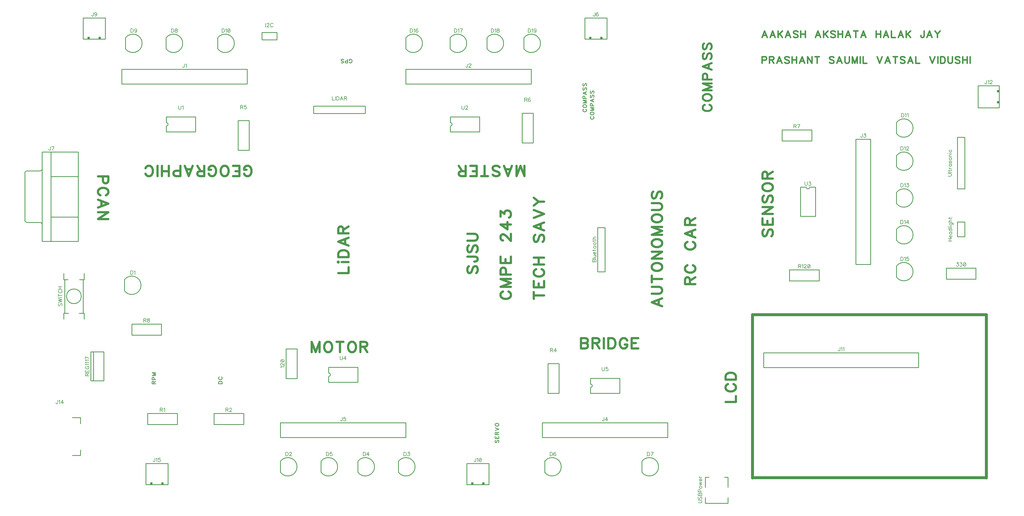
<source format=gbr>
G04 DipTrace 3.3.1.3*
G04 TopSilk.gbr*
%MOIN*%
G04 #@! TF.FileFunction,Legend,Top*
G04 #@! TF.Part,Single*
%ADD10C,0.009843*%
%ADD13C,0.03937*%
%ADD92C,0.00772*%
%ADD93C,0.030621*%
%ADD94C,0.010936*%
%ADD95C,0.026247*%
%ADD96C,0.019685*%
%FSLAX26Y26*%
G04*
G70*
G90*
G75*
G01*
G04 TopSilk*
%LPD*%
X3849016Y2519228D2*
D10*
Y2118568D1*
X3699016D2*
X3849016D1*
X3699016Y2519228D2*
Y2118568D1*
Y2519228D2*
X3849016D1*
X12648686Y3618898D2*
X13049346D1*
Y3468898D2*
Y3618898D1*
X12648686Y3468898D2*
X13049346D1*
X12648686D2*
Y3618898D1*
X8024017Y4168870D2*
X7924016D1*
Y3568925D1*
X8024017D1*
Y4168870D1*
X1509062Y3308920D2*
Y3458796D1*
X1509287Y3308621D2*
G03X1509287Y3459096I99796J75238D01*
G01*
X3624022Y843960D2*
Y993835D1*
X3624247Y843660D2*
G03X3624247Y994135I99796J75238D01*
G01*
X5224022Y843960D2*
Y993835D1*
X5224247Y843660D2*
G03X5224247Y994135I99796J75238D01*
G01*
X4674022Y843960D2*
Y993835D1*
X4674247Y843660D2*
G03X4674247Y994135I99796J75238D01*
G01*
X4174022Y843960D2*
Y993835D1*
X4174247Y843660D2*
G03X4174247Y994135I99796J75238D01*
G01*
X7205518Y843960D2*
Y993835D1*
X7205743Y843660D2*
G03X7205743Y994135I99796J75238D01*
G01*
X8524022Y843960D2*
Y993835D1*
X8524247Y843660D2*
G03X8524247Y994135I99796J75238D01*
G01*
X2074022Y6593960D2*
Y6743835D1*
X2074247Y6593660D2*
G03X2074247Y6744135I99796J75238D01*
G01*
X1524022Y6593960D2*
Y6743835D1*
X1524247Y6593660D2*
G03X1524247Y6744135I99796J75238D01*
G01*
X2774022Y6593960D2*
Y6743835D1*
X2774247Y6593660D2*
G03X2774247Y6744135I99796J75238D01*
G01*
X11974022Y5443960D2*
Y5593835D1*
X11974247Y5443660D2*
G03X11974247Y5594135I99796J75238D01*
G01*
X11974022Y4993960D2*
Y5143835D1*
X11974247Y4993660D2*
G03X11974247Y5144135I99796J75238D01*
G01*
X11974022Y4493960D2*
Y4643835D1*
X11974247Y4493660D2*
G03X11974247Y4644135I99796J75238D01*
G01*
X11974022Y3993960D2*
Y4143835D1*
X11974247Y3993660D2*
G03X11974247Y4144135I99796J75238D01*
G01*
X11974022Y3493960D2*
Y3643835D1*
X11974247Y3493660D2*
G03X11974247Y3644135I99796J75238D01*
G01*
X5324022Y6593960D2*
Y6743835D1*
X5324247Y6593660D2*
G03X5324247Y6744135I99796J75238D01*
G01*
X5924022Y6593960D2*
Y6743835D1*
X5924247Y6593660D2*
G03X5924247Y6744135I99796J75238D01*
G01*
X6424022Y6593960D2*
Y6743835D1*
X6424247Y6593660D2*
G03X6424247Y6744135I99796J75238D01*
G01*
X6924022Y6593960D2*
Y6743835D1*
X6924247Y6593660D2*
G03X6924247Y6744135I99796J75238D01*
G01*
X12799011Y4043886D2*
X12899016D1*
Y4243910D1*
X12799011D1*
Y4043886D1*
X3174016Y6118898D2*
X1474016D1*
Y6318898D1*
X3174016D1*
Y6118898D1*
X7024016D2*
X5324016D1*
Y6318898D1*
X7024016D1*
Y6118898D1*
X11424016Y3668898D2*
X11624016D1*
Y5368898D1*
X11424016D1*
Y3668898D1*
X7174016Y1518898D2*
X8874016D1*
Y1318898D1*
X7174016D1*
Y1518898D1*
X3624016D2*
X5324016D1*
Y1318898D1*
X3624016D1*
Y1518898D1*
X7749213Y6727156D2*
X8048819D1*
Y7014567D1*
X7749213D1*
Y6727156D1*
G36*
X7808235Y6755674D2*
X7839754D1*
Y6724165D1*
X7808235D1*
Y6755674D1*
G37*
G36*
X7958278D2*
X7989766D1*
Y6724165D1*
X7958278D1*
Y6755674D1*
G37*
X185357Y4936236D2*
D10*
G03X157826Y4908346I568J-28095D01*
G01*
X366484Y4936236D2*
G03X394015Y4962913I1443J26056D01*
G01*
X157826Y4265669D2*
G03X185357Y4237780I28100J205D01*
G01*
X394015Y4211102D2*
G03X366484Y4237780I-26088J621D01*
G01*
Y4936236D2*
X185357D1*
X366484Y4237780D2*
X185357D1*
X882332Y4311748D2*
X512110D1*
X394015Y3980709D2*
Y5193307D1*
X882332Y4862268D2*
X512110D1*
X882332Y3980709D2*
Y5193307D1*
X157826Y4265669D2*
Y4908346D1*
X882332Y3980709D2*
X394015D1*
X882332Y5193307D2*
X394015D1*
X512110Y3980709D2*
Y5193307D1*
X3374004Y6818903D2*
X3574028D1*
Y6718898D1*
X3374004D1*
Y6818903D1*
X949213Y6727156D2*
X1248819D1*
Y7014567D1*
X949213D1*
Y6727156D1*
G36*
X1008235Y6755674D2*
X1039754D1*
Y6724165D1*
X1008235D1*
Y6755674D1*
G37*
G36*
X1158278D2*
X1189766D1*
Y6724165D1*
X1158278D1*
Y6755674D1*
G37*
X6149213Y677156D2*
D10*
X6448819D1*
Y964567D1*
X6149213D1*
Y677156D1*
G36*
X6208235Y705674D2*
X6239754D1*
Y674165D1*
X6208235D1*
Y705674D1*
G37*
G36*
X6358278D2*
X6389766D1*
Y674165D1*
X6358278D1*
Y705674D1*
G37*
X10174016Y2468898D2*
D10*
X12274016D1*
Y2268898D1*
X10174016D1*
Y2468898D1*
X13365757Y5794094D2*
Y6093701D1*
X13078346D1*
Y5794094D1*
X13365757D1*
G36*
X13337239Y5853117D2*
X13368748D1*
Y5884636D1*
X13337239D1*
Y5853117D1*
G37*
G36*
Y6003160D2*
X13368748D1*
Y6034648D1*
X13337239D1*
Y6003160D1*
G37*
X802146Y1588957D2*
D10*
X913385D1*
Y1502747D1*
X802146Y1073209D2*
X913385D1*
Y1146046D1*
X1799213Y677156D2*
X2098819D1*
Y964567D1*
X1799213D1*
Y677156D1*
G36*
X1858235Y705674D2*
X1889754D1*
Y674165D1*
X1858235D1*
Y705674D1*
G37*
G36*
X2008278D2*
X2039766D1*
Y674165D1*
X2008278D1*
Y705674D1*
G37*
X4074015Y5818899D2*
D10*
X4774017D1*
Y5718898D1*
X4074015D1*
Y5818899D1*
X2224346Y1493898D2*
X1823686D1*
Y1643898D2*
Y1493898D1*
X2224346Y1643898D2*
X1823686D1*
X2224346D2*
Y1493898D1*
X2723686Y1643898D2*
X3124346D1*
Y1493898D2*
Y1643898D1*
X2723686Y1493898D2*
X3124346D1*
X2723686D2*
Y1643898D1*
X7249016Y1918568D2*
Y2319228D1*
X7399016D2*
X7249016D1*
X7399016Y1918568D2*
Y2319228D1*
Y1918568D2*
X7249016D1*
X3199016Y5619228D2*
Y5218568D1*
X3049016D2*
X3199016D1*
X3049016Y5619228D2*
Y5218568D1*
Y5619228D2*
X3199016D1*
X6899016Y5318568D2*
Y5719228D1*
X7049016D2*
X6899016D1*
X7049016Y5318568D2*
Y5719228D1*
Y5318568D2*
X6899016D1*
X10423686Y5493898D2*
X10824346D1*
Y5343898D2*
Y5493898D1*
X10423686Y5343898D2*
X10824346D1*
X10423686D2*
Y5493898D1*
X1608725Y2858858D2*
X2009385D1*
Y2708858D2*
Y2858858D1*
X1608725Y2708858D2*
X2009385D1*
X1608725D2*
Y2858858D1*
X10924346Y3443898D2*
X10523686D1*
Y3593898D2*
Y3443898D1*
X10924346Y3593898D2*
X10523686D1*
X10924346D2*
Y3443898D1*
X1052756Y2087008D2*
X1229921D1*
Y2480709D1*
X1052756D1*
Y2087008D1*
X1088189D2*
Y2480709D1*
X949024Y3008895D2*
X949988Y3458247D1*
X699008Y3458822D2*
Y3008895D1*
X749220Y3005518D2*
X686220D1*
Y3462199D2*
Y3544899D1*
X894870Y3005518D2*
X961811D1*
Y3544899D2*
Y3462199D1*
X898811D2*
X961811D1*
X686220Y3005518D2*
Y2922818D1*
X961811Y3005518D2*
Y2922818D1*
X741339Y3462199D2*
X687213D1*
X724004Y3233858D2*
G02X724004Y3233858I100012J0D01*
G01*
X2077165Y5671264D2*
X2470866D1*
Y5466531D2*
Y5671264D1*
X2077165Y5466531D2*
X2470866D1*
X2077165D2*
Y5545272D1*
Y5671264D2*
Y5592523D1*
Y5545272D2*
G03X2077165Y5592523I-4J23626D01*
G01*
X5927165Y5671264D2*
X6320866D1*
Y5466531D2*
Y5671264D1*
X5927165Y5466531D2*
X6320866D1*
X5927165D2*
Y5545272D1*
Y5671264D2*
Y5592523D1*
Y5545272D2*
G03X5927165Y5592523I-4J23626D01*
G01*
X10876382Y4715748D2*
Y4322047D1*
X10671649D2*
X10876382D1*
X10671649Y4715748D2*
Y4322047D1*
Y4715748D2*
X10750390D1*
X10876382D2*
X10797642D1*
X10750390D2*
G03X10797642Y4715748I23626J4D01*
G01*
X4277165Y2271264D2*
X4670866D1*
Y2066531D2*
Y2271264D1*
X4277165Y2066531D2*
X4670866D1*
X4277165D2*
Y2145272D1*
Y2271264D2*
Y2192523D1*
Y2145272D2*
G03X4277165Y2192523I-4J23626D01*
G01*
X7827165Y2121264D2*
X8220866D1*
Y1916531D2*
Y2121264D1*
X7827165Y1916531D2*
X8220866D1*
X7827165D2*
Y1995272D1*
Y2121264D2*
Y2042523D1*
Y1995272D2*
G03X7827165Y2042523I-4J23626D01*
G01*
X12799014Y4693897D2*
X12899016D1*
Y5393899D1*
X12799014D1*
Y4693897D1*
X9383476Y422426D2*
X9690539D1*
X9383476Y639778D2*
Y776787D1*
X9690539Y639778D2*
Y776787D1*
X9383476Y422426D2*
Y500412D1*
X9690539Y422426D2*
Y500412D1*
X9383476Y776787D2*
X9432693D1*
X9641323D2*
X9690539D1*
X10024016Y768898D2*
D13*
Y2985433D1*
X13193307D1*
X10024016Y770079D2*
X13193307D1*
Y768898D2*
Y2985433D1*
X3635410Y2263968D2*
D92*
X3632978Y2268777D1*
X3625848Y2275962D1*
X3676033D1*
X3637786Y2293833D2*
X3635410D1*
X3630601Y2296210D1*
X3628225Y2298586D1*
X3625848Y2303395D1*
Y2312956D1*
X3628225Y2317709D1*
X3630601Y2320086D1*
X3635410Y2322518D1*
X3640163D1*
X3644971Y2320086D1*
X3652101Y2315333D1*
X3676033Y2291401D1*
Y2324894D1*
X3625848Y2354704D2*
X3628225Y2347519D1*
X3635410Y2342710D1*
X3647348Y2340334D1*
X3654533D1*
X3666471Y2342710D1*
X3673656Y2347519D1*
X3676033Y2354704D1*
Y2359457D1*
X3673656Y2366642D1*
X3666471Y2371395D1*
X3654533Y2373827D1*
X3647348D1*
X3635410Y2371395D1*
X3628225Y2366642D1*
X3625848Y2359457D1*
Y2354704D1*
X3635410Y2371395D2*
X3666471Y2342710D1*
X12788145Y3692065D2*
X12814398D1*
X12800083Y3672942D1*
X12807268D1*
X12812021Y3670566D1*
X12814398Y3668189D1*
X12816830Y3661004D1*
Y3656251D1*
X12814398Y3649066D1*
X12809645Y3644257D1*
X12802460Y3641881D1*
X12795275D1*
X12788145Y3644257D1*
X12785768Y3646689D1*
X12783336Y3651442D1*
X12837078Y3692065D2*
X12863331D1*
X12849016Y3672942D1*
X12856201D1*
X12860954Y3670566D1*
X12863331Y3668189D1*
X12865762Y3661004D1*
Y3656251D1*
X12863331Y3649066D1*
X12858577Y3644257D1*
X12851392Y3641881D1*
X12844207D1*
X12837078Y3644257D1*
X12834701Y3646689D1*
X12832269Y3651442D1*
X12895572Y3692065D2*
X12888387Y3689689D1*
X12883578Y3682504D1*
X12881202Y3670566D1*
Y3663381D1*
X12883578Y3651442D1*
X12888387Y3644257D1*
X12895572Y3641881D1*
X12900325D1*
X12907510Y3644257D1*
X12912263Y3651442D1*
X12914695Y3663381D1*
Y3670566D1*
X12912263Y3682504D1*
X12907510Y3689689D1*
X12900325Y3692065D1*
X12895572D1*
X12912263Y3682504D2*
X12883578Y3651442D1*
X7850793Y3699503D2*
X7901033D1*
Y3721058D1*
X7898601Y3728243D1*
X7896224Y3730620D1*
X7891471Y3732997D1*
X7884286D1*
X7879478Y3730620D1*
X7877101Y3728243D1*
X7874724Y3721058D1*
X7872293Y3728243D1*
X7869916Y3730620D1*
X7865163Y3732997D1*
X7860354D1*
X7855601Y3730620D1*
X7853169Y3728244D1*
X7850793Y3721058D1*
Y3699503D1*
X7874724D2*
Y3721058D1*
X7850793Y3748436D2*
X7901033D1*
X7867539Y3763875D2*
X7891471D1*
X7898601Y3766252D1*
X7901033Y3771060D1*
Y3778245D1*
X7898601Y3782998D1*
X7891471Y3790183D1*
X7867539D2*
X7901033D1*
X7881909Y3805623D2*
Y3834308D1*
X7877101D1*
X7872293Y3831931D1*
X7869916Y3829554D1*
X7867539Y3824746D1*
Y3817561D1*
X7869916Y3812808D1*
X7874724Y3807999D1*
X7881909Y3805623D1*
X7886663D1*
X7893848Y3807999D1*
X7898601Y3812808D1*
X7901033Y3817561D1*
Y3824746D1*
X7898601Y3829554D1*
X7893848Y3834308D1*
X7850793Y3856932D2*
X7891471D1*
X7898601Y3859308D1*
X7901033Y3864117D1*
Y3868870D1*
X7867539Y3849747D2*
Y3866493D1*
Y3896247D2*
X7869916Y3891494D1*
X7874724Y3886686D1*
X7881909Y3884309D1*
X7886663D1*
X7893848Y3886686D1*
X7898601Y3891494D1*
X7901033Y3896247D1*
Y3903433D1*
X7898601Y3908241D1*
X7893848Y3912994D1*
X7886663Y3915426D1*
X7881909D1*
X7874724Y3912994D1*
X7869916Y3908241D1*
X7867539Y3903433D1*
Y3896247D1*
Y3942803D2*
X7869916Y3938050D1*
X7874724Y3933242D1*
X7881909Y3930865D1*
X7886663D1*
X7893848Y3933242D1*
X7898601Y3938050D1*
X7901033Y3942803D1*
Y3949989D1*
X7898601Y3954797D1*
X7893848Y3959550D1*
X7886663Y3961982D1*
X7881909D1*
X7874724Y3959550D1*
X7869916Y3954797D1*
X7867539Y3949989D1*
Y3942803D1*
X7850793Y3984606D2*
X7891471D1*
X7898601Y3986983D1*
X7901033Y3991791D1*
Y3996544D1*
X7867539Y3977421D2*
Y3994168D1*
X7850793Y4011984D2*
X7901033D1*
X7877101D2*
X7869916Y4019169D1*
X7867539Y4023977D1*
Y4031162D1*
X7869916Y4035915D1*
X7877101Y4038292D1*
X7901033D1*
X1591099Y3582061D2*
Y3531821D1*
X1607845D1*
X1615030Y3534253D1*
X1619839Y3539006D1*
X1622215Y3543814D1*
X1624592Y3550944D1*
Y3562938D1*
X1622215Y3570123D1*
X1619839Y3574876D1*
X1615030Y3579684D1*
X1607845Y3582061D1*
X1591099D1*
X1640031Y3572444D2*
X1644840Y3574876D1*
X1652025Y3582006D1*
Y3531821D1*
X3695309Y1117100D2*
Y1066860D1*
X3712056D1*
X3719241Y1069292D1*
X3724050Y1074045D1*
X3726426Y1078854D1*
X3728803Y1085983D1*
Y1097977D1*
X3726426Y1105162D1*
X3724050Y1109915D1*
X3719241Y1114724D1*
X3712056Y1117100D1*
X3695309D1*
X3746674Y1105107D2*
Y1107483D1*
X3749050Y1112292D1*
X3751427Y1114668D1*
X3756235Y1117045D1*
X3765797D1*
X3770550Y1114668D1*
X3772927Y1112292D1*
X3775359Y1107483D1*
Y1102730D1*
X3772927Y1097922D1*
X3768174Y1090792D1*
X3744242Y1066860D1*
X3777735D1*
X5295309Y1117100D2*
Y1066860D1*
X5312056D1*
X5319241Y1069292D1*
X5324050Y1074045D1*
X5326426Y1078854D1*
X5328803Y1085983D1*
Y1097977D1*
X5326426Y1105162D1*
X5324050Y1109915D1*
X5319241Y1114724D1*
X5312056Y1117100D1*
X5295309D1*
X5349050Y1117045D2*
X5375303D1*
X5360989Y1097922D1*
X5368174D1*
X5372927Y1095545D1*
X5375303Y1093168D1*
X5377735Y1085983D1*
Y1081230D1*
X5375303Y1074045D1*
X5370550Y1069237D1*
X5363365Y1066860D1*
X5356180D1*
X5349050Y1069237D1*
X5346674Y1071669D1*
X5344242Y1076422D1*
X4744121Y1117100D2*
Y1066860D1*
X4760868D1*
X4768053Y1069292D1*
X4772861Y1074045D1*
X4775238Y1078854D1*
X4777614Y1085983D1*
Y1097977D1*
X4775238Y1105162D1*
X4772861Y1109915D1*
X4768053Y1114724D1*
X4760868Y1117100D1*
X4744121D1*
X4816985Y1066860D2*
Y1117045D1*
X4793054Y1083607D1*
X4828924D1*
X4245309Y1117100D2*
Y1066860D1*
X4262056D1*
X4269241Y1069292D1*
X4274050Y1074045D1*
X4276426Y1078854D1*
X4278803Y1085983D1*
Y1097977D1*
X4276426Y1105162D1*
X4274050Y1109915D1*
X4269241Y1114724D1*
X4262056Y1117100D1*
X4245309D1*
X4322927Y1117045D2*
X4299050D1*
X4296674Y1095545D1*
X4299050Y1097922D1*
X4306235Y1100354D1*
X4313365D1*
X4320550Y1097922D1*
X4325359Y1093168D1*
X4327735Y1085983D1*
Y1081230D1*
X4325359Y1074045D1*
X4320550Y1069237D1*
X4313365Y1066860D1*
X4306235D1*
X4299050Y1069237D1*
X4296674Y1071669D1*
X4294242Y1076422D1*
X7278021Y1117100D2*
Y1066860D1*
X7294768D1*
X7301953Y1069292D1*
X7306761Y1074045D1*
X7309138Y1078854D1*
X7311515Y1085983D1*
Y1097977D1*
X7309138Y1105162D1*
X7306761Y1109915D1*
X7301953Y1114724D1*
X7294768Y1117100D1*
X7278021D1*
X7355639Y1109915D2*
X7353262Y1114668D1*
X7346077Y1117045D1*
X7341324D1*
X7334139Y1114668D1*
X7329331Y1107483D1*
X7326954Y1095545D1*
Y1083607D1*
X7329331Y1074045D1*
X7334139Y1069237D1*
X7341324Y1066860D1*
X7343701D1*
X7350830Y1069237D1*
X7355639Y1074045D1*
X7358015Y1081230D1*
Y1083607D1*
X7355639Y1090792D1*
X7350830Y1095545D1*
X7343701Y1097922D1*
X7341324D1*
X7334139Y1095545D1*
X7329331Y1090792D1*
X7326954Y1083607D1*
X8595309Y1117100D2*
Y1066860D1*
X8612056D1*
X8619241Y1069292D1*
X8624050Y1074045D1*
X8626426Y1078854D1*
X8628803Y1085983D1*
Y1097977D1*
X8626426Y1105162D1*
X8624050Y1109915D1*
X8619241Y1114724D1*
X8612056Y1117100D1*
X8595309D1*
X8653804Y1066860D2*
X8677735Y1117045D1*
X8644242D1*
X2145337Y6867100D2*
Y6816860D1*
X2162084D1*
X2169269Y6819292D1*
X2174077Y6824045D1*
X2176454Y6828854D1*
X2178830Y6835983D1*
Y6847977D1*
X2176454Y6855162D1*
X2174077Y6859915D1*
X2169269Y6864724D1*
X2162084Y6867100D1*
X2145337D1*
X2206208Y6867045D2*
X2199078Y6864668D1*
X2196646Y6859915D1*
Y6855107D1*
X2199078Y6850354D1*
X2203831Y6847922D1*
X2213393Y6845545D1*
X2220578Y6843168D1*
X2225331Y6838360D1*
X2227708Y6833607D1*
Y6826422D1*
X2225331Y6821669D1*
X2222954Y6819237D1*
X2215769Y6816860D1*
X2206208D1*
X2199078Y6819237D1*
X2196646Y6821669D1*
X2194270Y6826422D1*
Y6833607D1*
X2196646Y6838360D1*
X2201455Y6843168D1*
X2208584Y6845545D1*
X2218146Y6847922D1*
X2222954Y6850354D1*
X2225331Y6855107D1*
Y6859915D1*
X2222954Y6864668D1*
X2215769Y6867045D1*
X2206208D1*
X1596498Y6867100D2*
Y6816860D1*
X1613244D1*
X1620429Y6819292D1*
X1625238Y6824045D1*
X1627614Y6828854D1*
X1629991Y6835983D1*
Y6847977D1*
X1627614Y6855162D1*
X1625238Y6859915D1*
X1620429Y6864724D1*
X1613244Y6867100D1*
X1596498D1*
X1676547Y6850354D2*
X1674115Y6843168D1*
X1669362Y6838360D1*
X1662177Y6835983D1*
X1659800D1*
X1652615Y6838360D1*
X1647862Y6843168D1*
X1645430Y6850354D1*
Y6852730D1*
X1647862Y6859915D1*
X1652615Y6864668D1*
X1659800Y6867045D1*
X1662177D1*
X1669362Y6864668D1*
X1674115Y6859915D1*
X1676547Y6850354D1*
Y6838360D1*
X1674115Y6826422D1*
X1669362Y6819237D1*
X1662177Y6816860D1*
X1657424D1*
X1650239Y6819237D1*
X1647862Y6824045D1*
X2831593Y6867100D2*
Y6816860D1*
X2848340D1*
X2855525Y6819292D1*
X2860333Y6824045D1*
X2862710Y6828854D1*
X2865086Y6835983D1*
Y6847977D1*
X2862710Y6855162D1*
X2860333Y6859915D1*
X2855525Y6864724D1*
X2848340Y6867100D1*
X2831593D1*
X2880526Y6857483D2*
X2885334Y6859915D1*
X2892519Y6867045D1*
Y6816860D1*
X2922328Y6867045D2*
X2915143Y6864668D1*
X2910335Y6857483D1*
X2907958Y6845545D1*
Y6838360D1*
X2910335Y6826422D1*
X2915143Y6819237D1*
X2922328Y6816860D1*
X2927082D1*
X2934267Y6819237D1*
X2939020Y6826422D1*
X2941452Y6838360D1*
Y6845545D1*
X2939020Y6857483D1*
X2934267Y6864668D1*
X2927082Y6867045D1*
X2922328D1*
X2939020Y6857483D2*
X2910335Y6826422D1*
X12042343Y5717100D2*
Y5666860D1*
X12059090D1*
X12066275Y5669292D1*
X12071083Y5674045D1*
X12073460Y5678854D1*
X12075836Y5685983D1*
Y5697977D1*
X12073460Y5705162D1*
X12071083Y5709915D1*
X12066275Y5714724D1*
X12059090Y5717100D1*
X12042343D1*
X12091275Y5707483D2*
X12096084Y5709915D1*
X12103269Y5717045D1*
Y5666860D1*
X12118708Y5707483D2*
X12123517Y5709915D1*
X12130702Y5717045D1*
Y5666860D1*
X12031593Y5267100D2*
Y5216860D1*
X12048340D1*
X12055525Y5219292D1*
X12060333Y5224045D1*
X12062710Y5228854D1*
X12065086Y5235983D1*
Y5247977D1*
X12062710Y5255162D1*
X12060333Y5259915D1*
X12055525Y5264724D1*
X12048340Y5267100D1*
X12031593D1*
X12080526Y5257483D2*
X12085334Y5259915D1*
X12092519Y5267045D1*
Y5216860D1*
X12110390Y5255107D2*
Y5257483D1*
X12112767Y5262292D1*
X12115143Y5264668D1*
X12119952Y5267045D1*
X12129513D1*
X12134267Y5264668D1*
X12136643Y5262292D1*
X12139075Y5257483D1*
Y5252730D1*
X12136643Y5247922D1*
X12131890Y5240792D1*
X12107958Y5216860D1*
X12141452D1*
X12031593Y4767100D2*
Y4716860D1*
X12048340D1*
X12055525Y4719292D1*
X12060333Y4724045D1*
X12062710Y4728854D1*
X12065086Y4735983D1*
Y4747977D1*
X12062710Y4755162D1*
X12060333Y4759915D1*
X12055525Y4764724D1*
X12048340Y4767100D1*
X12031593D1*
X12080526Y4757483D2*
X12085334Y4759915D1*
X12092519Y4767045D1*
Y4716860D1*
X12112767Y4767045D2*
X12139020D1*
X12124705Y4747922D1*
X12131890D1*
X12136643Y4745545D1*
X12139020Y4743168D1*
X12141452Y4735983D1*
Y4731230D1*
X12139020Y4724045D1*
X12134267Y4719237D1*
X12127082Y4716860D1*
X12119897D1*
X12112767Y4719237D1*
X12110390Y4721669D1*
X12107958Y4726422D1*
X12030405Y4267100D2*
Y4216860D1*
X12047151D1*
X12054336Y4219292D1*
X12059145Y4224045D1*
X12061521Y4228854D1*
X12063898Y4235983D1*
Y4247977D1*
X12061521Y4255162D1*
X12059145Y4259915D1*
X12054336Y4264724D1*
X12047151Y4267100D1*
X12030405D1*
X12079337Y4257483D2*
X12084146Y4259915D1*
X12091331Y4267045D1*
Y4216860D1*
X12130702D2*
Y4267045D1*
X12106770Y4233607D1*
X12142640D1*
X12031593Y3767100D2*
Y3716860D1*
X12048340D1*
X12055525Y3719292D1*
X12060333Y3724045D1*
X12062710Y3728854D1*
X12065086Y3735983D1*
Y3747977D1*
X12062710Y3755162D1*
X12060333Y3759915D1*
X12055525Y3764724D1*
X12048340Y3767100D1*
X12031593D1*
X12080526Y3757483D2*
X12085334Y3759915D1*
X12092519Y3767045D1*
Y3716860D1*
X12136643Y3767045D2*
X12112767D1*
X12110390Y3745545D1*
X12112767Y3747922D1*
X12119952Y3750354D1*
X12127082D1*
X12134267Y3747922D1*
X12139075Y3743168D1*
X12141452Y3735983D1*
Y3731230D1*
X12139075Y3724045D1*
X12134267Y3719237D1*
X12127082Y3716860D1*
X12119952D1*
X12112767Y3719237D1*
X12110390Y3721669D1*
X12107958Y3726422D1*
X5382809Y6867100D2*
Y6816860D1*
X5399556D1*
X5406741Y6819292D1*
X5411549Y6824045D1*
X5413926Y6828854D1*
X5416302Y6835983D1*
Y6847977D1*
X5413926Y6855162D1*
X5411549Y6859915D1*
X5406741Y6864724D1*
X5399556Y6867100D1*
X5382809D1*
X5431741Y6857483D2*
X5436550Y6859915D1*
X5443735Y6867045D1*
Y6816860D1*
X5487859Y6859915D2*
X5485483Y6864668D1*
X5478297Y6867045D1*
X5473544D1*
X5466359Y6864668D1*
X5461551Y6857483D1*
X5459174Y6845545D1*
Y6833607D1*
X5461551Y6824045D1*
X5466359Y6819237D1*
X5473544Y6816860D1*
X5475921D1*
X5483051Y6819237D1*
X5487859Y6824045D1*
X5490236Y6831230D1*
Y6833607D1*
X5487859Y6840792D1*
X5483051Y6845545D1*
X5475921Y6847922D1*
X5473544D1*
X5466359Y6845545D1*
X5461551Y6840792D1*
X5459174Y6833607D1*
X5981593Y6867100D2*
Y6816860D1*
X5998340D1*
X6005525Y6819292D1*
X6010333Y6824045D1*
X6012710Y6828854D1*
X6015086Y6835983D1*
Y6847977D1*
X6012710Y6855162D1*
X6010333Y6859915D1*
X6005525Y6864724D1*
X5998340Y6867100D1*
X5981593D1*
X6030526Y6857483D2*
X6035334Y6859915D1*
X6042519Y6867045D1*
Y6816860D1*
X6067520D2*
X6091452Y6867045D1*
X6057958D1*
X6481621Y6867100D2*
Y6816860D1*
X6498367D1*
X6505552Y6819292D1*
X6510361Y6824045D1*
X6512737Y6828854D1*
X6515114Y6835983D1*
Y6847977D1*
X6512737Y6855162D1*
X6510361Y6859915D1*
X6505552Y6864724D1*
X6498367Y6867100D1*
X6481621D1*
X6530553Y6857483D2*
X6535362Y6859915D1*
X6542547Y6867045D1*
Y6816860D1*
X6569924Y6867045D2*
X6562794Y6864668D1*
X6560363Y6859915D1*
Y6855107D1*
X6562794Y6850354D1*
X6567548Y6847922D1*
X6577109Y6845545D1*
X6584294Y6843168D1*
X6589047Y6838360D1*
X6591424Y6833607D1*
Y6826422D1*
X6589047Y6821669D1*
X6586671Y6819237D1*
X6579486Y6816860D1*
X6569924D1*
X6562794Y6819237D1*
X6560363Y6821669D1*
X6557986Y6826422D1*
Y6833607D1*
X6560363Y6838360D1*
X6565171Y6843168D1*
X6572301Y6845545D1*
X6581862Y6847922D1*
X6586671Y6850354D1*
X6589047Y6855107D1*
Y6859915D1*
X6586671Y6864668D1*
X6579486Y6867045D1*
X6569924D1*
X6982781Y6867100D2*
Y6816860D1*
X6999528D1*
X7006713Y6819292D1*
X7011521Y6824045D1*
X7013898Y6828854D1*
X7016275Y6835983D1*
Y6847977D1*
X7013898Y6855162D1*
X7011521Y6859915D1*
X7006713Y6864724D1*
X6999528Y6867100D1*
X6982781D1*
X7031714Y6857483D2*
X7036522Y6859915D1*
X7043707Y6867045D1*
Y6816860D1*
X7090263Y6850354D2*
X7087831Y6843168D1*
X7083078Y6838360D1*
X7075893Y6835983D1*
X7073517D1*
X7066332Y6838360D1*
X7061578Y6843168D1*
X7059147Y6850354D1*
Y6852730D1*
X7061578Y6859915D1*
X7066332Y6864668D1*
X7073517Y6867045D1*
X7075893D1*
X7083078Y6864668D1*
X7087831Y6859915D1*
X7090263Y6850354D1*
Y6838360D1*
X7087831Y6826422D1*
X7083078Y6819237D1*
X7075893Y6816860D1*
X7071140D1*
X7063955Y6819237D1*
X7061578Y6824045D1*
X12675793Y3982904D2*
X12726033D1*
X12675793Y4016398D2*
X12726033D1*
X12699724Y3982904D2*
Y4016398D1*
X12706909Y4031837D2*
Y4060522D1*
X12702101D1*
X12697293Y4058145D1*
X12694916Y4055769D1*
X12692539Y4050960D1*
Y4043775D1*
X12694916Y4039022D1*
X12699724Y4034213D1*
X12706909Y4031837D1*
X12711663D1*
X12718848Y4034213D1*
X12723601Y4039022D1*
X12726033Y4043775D1*
Y4050960D1*
X12723601Y4055769D1*
X12718848Y4060522D1*
X12692539Y4104646D2*
X12726033D1*
X12699724D2*
X12694916Y4099893D1*
X12692539Y4095084D1*
Y4087954D1*
X12694916Y4083146D1*
X12699724Y4078393D1*
X12706909Y4075961D1*
X12711663D1*
X12718848Y4078393D1*
X12723601Y4083146D1*
X12726033Y4087954D1*
Y4095084D1*
X12723601Y4099893D1*
X12718848Y4104646D1*
X12675793Y4148770D2*
X12726033D1*
X12699724D2*
X12694916Y4144017D1*
X12692539Y4139208D1*
Y4132023D1*
X12694916Y4127270D1*
X12699724Y4122462D1*
X12706909Y4120085D1*
X12711663D1*
X12718848Y4122462D1*
X12723601Y4127270D1*
X12726033Y4132023D1*
Y4139208D1*
X12723601Y4144017D1*
X12718848Y4148770D1*
X12675793Y4164209D2*
X12726033D1*
X12675793Y4179648D2*
X12678169Y4182025D1*
X12675793Y4184457D1*
X12673361Y4182025D1*
X12675793Y4179648D1*
X12692539Y4182025D2*
X12726033D1*
X12694916Y4228581D2*
X12733218D1*
X12740347Y4226204D1*
X12742779Y4223828D1*
X12745156Y4219019D1*
Y4211834D1*
X12742779Y4207081D1*
X12702101Y4228581D2*
X12697348Y4223828D1*
X12694916Y4219019D1*
Y4211834D1*
X12697348Y4207081D1*
X12702101Y4202273D1*
X12709286Y4199896D1*
X12714094D1*
X12721224Y4202273D1*
X12726033Y4207081D1*
X12728409Y4211834D1*
Y4219019D1*
X12726033Y4223828D1*
X12721224Y4228581D1*
X12675793Y4244020D2*
X12726033D1*
X12702101D2*
X12694916Y4251205D1*
X12692539Y4256014D1*
Y4263199D1*
X12694916Y4267952D1*
X12702101Y4270329D1*
X12726033D1*
X12675793Y4292953D2*
X12716471D1*
X12723601Y4295329D1*
X12726033Y4300138D1*
Y4304891D1*
X12692539Y4285768D2*
Y4302514D1*
X2322265Y6392121D2*
Y6353874D1*
X2319889Y6346689D1*
X2317457Y6344313D1*
X2312704Y6341881D1*
X2307895D1*
X2303142Y6344313D1*
X2300765Y6346689D1*
X2298334Y6353874D1*
Y6358627D1*
X2337704Y6382504D2*
X2342513Y6384936D1*
X2349698Y6392065D1*
Y6341881D1*
X6161515Y6392121D2*
Y6353874D1*
X6159139Y6346689D1*
X6156707Y6344313D1*
X6151954Y6341881D1*
X6147145D1*
X6142392Y6344313D1*
X6140015Y6346689D1*
X6137584Y6353874D1*
Y6358627D1*
X6179386Y6380127D2*
Y6382504D1*
X6181763Y6387312D1*
X6184140Y6389689D1*
X6188948Y6392065D1*
X6198510D1*
X6203263Y6389689D1*
X6205639Y6387312D1*
X6208071Y6382504D1*
Y6377751D1*
X6205639Y6372942D1*
X6200886Y6365812D1*
X6176955Y6341881D1*
X6210448D1*
X11511515Y5442121D2*
Y5403874D1*
X11509139Y5396689D1*
X11506707Y5394313D1*
X11501954Y5391881D1*
X11497145D1*
X11492392Y5394313D1*
X11490015Y5396689D1*
X11487584Y5403874D1*
Y5408627D1*
X11531763Y5442065D2*
X11558016D1*
X11543701Y5422942D1*
X11550886D1*
X11555639Y5420566D1*
X11558016Y5418189D1*
X11560448Y5411004D1*
Y5406251D1*
X11558016Y5399066D1*
X11553263Y5394257D1*
X11546078Y5391881D1*
X11538893D1*
X11531763Y5394257D1*
X11529386Y5396689D1*
X11526955Y5401442D1*
X8010327Y1592121D2*
Y1553874D1*
X8007950Y1546689D1*
X8005519Y1544313D1*
X8000765Y1541881D1*
X7995957D1*
X7991204Y1544313D1*
X7988827Y1546689D1*
X7986395Y1553874D1*
Y1558627D1*
X8049698Y1541881D2*
Y1592065D1*
X8025766Y1558627D1*
X8061636D1*
X4461515Y1592121D2*
Y1553874D1*
X4459139Y1546689D1*
X4456707Y1544313D1*
X4451954Y1541881D1*
X4447145D1*
X4442392Y1544313D1*
X4440015Y1546689D1*
X4437584Y1553874D1*
Y1558627D1*
X4505639Y1592065D2*
X4481763D1*
X4479386Y1570566D1*
X4481763Y1572942D1*
X4488948Y1575374D1*
X4496078D1*
X4503263Y1572942D1*
X4508071Y1568189D1*
X4510448Y1561004D1*
Y1556251D1*
X4508071Y1549066D1*
X4503263Y1544257D1*
X4496078Y1541881D1*
X4488948D1*
X4481763Y1544257D1*
X4479386Y1546689D1*
X4476955Y1551442D1*
X7887731Y7087790D2*
Y7049543D1*
X7885355Y7042358D1*
X7882923Y7039982D1*
X7878170Y7037550D1*
X7873361D1*
X7868608Y7039982D1*
X7866231Y7042358D1*
X7863800Y7049543D1*
Y7054297D1*
X7931855Y7080605D2*
X7929479Y7085358D1*
X7922294Y7087735D1*
X7917541D1*
X7910356Y7085358D1*
X7905547Y7078173D1*
X7903170Y7066235D1*
Y7054297D1*
X7905547Y7044735D1*
X7910356Y7039927D1*
X7917541Y7037550D1*
X7919917D1*
X7927047Y7039927D1*
X7931855Y7044735D1*
X7934232Y7051920D1*
Y7054297D1*
X7931855Y7061482D1*
X7927047Y7066235D1*
X7919917Y7068611D1*
X7917541D1*
X7910356Y7066235D1*
X7905547Y7061482D1*
X7903170Y7054297D1*
X507578Y5266530D2*
Y5228284D1*
X505202Y5221099D1*
X502770Y5218722D1*
X498017Y5216290D1*
X493208D1*
X488455Y5218722D1*
X486078Y5221099D1*
X483647Y5228284D1*
Y5233037D1*
X532579Y5216290D2*
X556511Y5266475D1*
X523018D1*
X3423895Y6942121D2*
Y6891881D1*
X3441766Y6930127D2*
Y6932504D1*
X3444143Y6937312D1*
X3446519Y6939689D1*
X3451328Y6942065D1*
X3460889D1*
X3465642Y6939689D1*
X3468019Y6937312D1*
X3470451Y6932504D1*
Y6927751D1*
X3468019Y6922942D1*
X3463266Y6915812D1*
X3439334Y6891881D1*
X3472827D1*
X3524137Y6930182D2*
X3521760Y6934936D1*
X3516952Y6939744D1*
X3512198Y6942121D1*
X3502637D1*
X3497828Y6939744D1*
X3493075Y6934936D1*
X3490643Y6930182D1*
X3488267Y6922997D1*
Y6911004D1*
X3490643Y6903874D1*
X3493075Y6899066D1*
X3497828Y6894313D1*
X3502637Y6891881D1*
X3512198D1*
X3516952Y6894313D1*
X3521760Y6899066D1*
X3524137Y6903874D1*
X1087704Y7087790D2*
Y7049543D1*
X1085327Y7042358D1*
X1082895Y7039982D1*
X1078142Y7037550D1*
X1073334D1*
X1068580Y7039982D1*
X1066204Y7042358D1*
X1063772Y7049543D1*
Y7054297D1*
X1134260Y7071043D2*
X1131828Y7063858D1*
X1127075Y7059050D1*
X1119890Y7056673D1*
X1117513D1*
X1110328Y7059050D1*
X1105575Y7063858D1*
X1103143Y7071043D1*
Y7073420D1*
X1105575Y7080605D1*
X1110328Y7085358D1*
X1117513Y7087735D1*
X1119890D1*
X1127075Y7085358D1*
X1131828Y7080605D1*
X1134260Y7071043D1*
Y7059050D1*
X1131828Y7047112D1*
X1127075Y7039927D1*
X1119890Y7037550D1*
X1115136D1*
X1107951Y7039927D1*
X1105575Y7044735D1*
X6272799Y1037790D2*
Y999543D1*
X6270422Y992358D1*
X6267990Y989982D1*
X6263237Y987550D1*
X6258429D1*
X6253676Y989982D1*
X6251299Y992358D1*
X6248867Y999543D1*
Y1004297D1*
X6288238Y1028173D2*
X6293047Y1030605D1*
X6300232Y1037735D1*
Y987550D1*
X6330041Y1037735D2*
X6322856Y1035358D1*
X6318048Y1028173D1*
X6315671Y1016235D1*
Y1009050D1*
X6318048Y997112D1*
X6322856Y989927D1*
X6330041Y987550D1*
X6334794D1*
X6341979Y989927D1*
X6346732Y997112D1*
X6349164Y1009050D1*
Y1016235D1*
X6346732Y1028173D1*
X6341979Y1035358D1*
X6334794Y1037735D1*
X6330041D1*
X6346732Y1028173D2*
X6318048Y997112D1*
X11208549Y2542121D2*
Y2503874D1*
X11206172Y2496689D1*
X11203740Y2494313D1*
X11198987Y2491881D1*
X11194179D1*
X11189426Y2494313D1*
X11187049Y2496689D1*
X11184617Y2503874D1*
Y2508627D1*
X11223988Y2532504D2*
X11228797Y2534936D1*
X11235982Y2542065D1*
Y2491881D1*
X11251421Y2532504D2*
X11256229Y2534936D1*
X11263414Y2542065D1*
Y2491881D1*
X13197330Y6166924D2*
Y6128677D1*
X13194954Y6121492D1*
X13192522Y6119116D1*
X13187769Y6116684D1*
X13182960D1*
X13178207Y6119116D1*
X13175831Y6121492D1*
X13173399Y6128677D1*
Y6133431D1*
X13212770Y6157307D2*
X13217578Y6159739D1*
X13224763Y6166869D1*
Y6116684D1*
X13242634Y6154930D2*
Y6157307D1*
X13245011Y6162115D1*
X13247387Y6164492D1*
X13252196Y6166869D1*
X13261758D1*
X13266511Y6164492D1*
X13268887Y6162115D1*
X13271319Y6157307D1*
Y6152554D1*
X13268887Y6147745D1*
X13264134Y6140616D1*
X13240202Y6116684D1*
X13273696D1*
X605356Y1822826D2*
Y1784580D1*
X602979Y1777395D1*
X600548Y1775018D1*
X595794Y1772586D1*
X590986D1*
X586233Y1775018D1*
X583856Y1777395D1*
X581424Y1784580D1*
Y1789333D1*
X620795Y1813209D2*
X625604Y1815641D1*
X632789Y1822771D1*
Y1772586D1*
X672160D2*
Y1822771D1*
X648228Y1789333D1*
X684098D1*
X1922799Y1037790D2*
Y999543D1*
X1920422Y992358D1*
X1917990Y989982D1*
X1913237Y987550D1*
X1908429D1*
X1903676Y989982D1*
X1901299Y992358D1*
X1898867Y999543D1*
Y1004297D1*
X1938238Y1028173D2*
X1943047Y1030605D1*
X1950232Y1037735D1*
Y987550D1*
X1994356Y1037735D2*
X1970479D1*
X1968103Y1016235D1*
X1970479Y1018611D1*
X1977664Y1021043D1*
X1984794D1*
X1991979Y1018611D1*
X1996788Y1013858D1*
X1999164Y1006673D1*
Y1001920D1*
X1996788Y994735D1*
X1991979Y989927D1*
X1984794Y987550D1*
X1977664D1*
X1970479Y989927D1*
X1968103Y992358D1*
X1965671Y997112D1*
X4326151Y5947042D2*
Y5896802D1*
X4354835D1*
X4370275Y5947042D2*
Y5896802D1*
X4385714Y5947042D2*
Y5896802D1*
X4402461D1*
X4409646Y5899234D1*
X4414454Y5903987D1*
X4416831Y5908795D1*
X4419207Y5915925D1*
Y5927919D1*
X4416831Y5935104D1*
X4414454Y5939857D1*
X4409646Y5944665D1*
X4402461Y5947042D1*
X4385714D1*
X4472948Y5896802D2*
X4453770Y5947042D1*
X4434647Y5896802D1*
X4441832Y5913549D2*
X4465763D1*
X4488388Y5923110D2*
X4509887D1*
X4517072Y5925542D1*
X4519504Y5927919D1*
X4521881Y5932672D1*
Y5937480D1*
X4519504Y5942234D1*
X4517072Y5944665D1*
X4509887Y5947042D1*
X4488388D1*
Y5896802D1*
X4505134Y5923110D2*
X4521881Y5896802D1*
X1993553Y1693189D2*
X2015053D1*
X2022238Y1695621D1*
X2024669Y1697997D1*
X2027046Y1702751D1*
Y1707559D1*
X2024669Y1712312D1*
X2022238Y1714744D1*
X2015053Y1717121D1*
X1993553D1*
Y1666881D1*
X2010299Y1693189D2*
X2027046Y1666881D1*
X2042485Y1707504D2*
X2047294Y1709936D1*
X2054479Y1717065D1*
Y1666881D1*
X2882803Y1693189D2*
X2904303D1*
X2911488Y1695621D1*
X2913920Y1697997D1*
X2916296Y1702751D1*
Y1707559D1*
X2913920Y1712312D1*
X2911488Y1714744D1*
X2904303Y1717121D1*
X2882803D1*
Y1666881D1*
X2899549Y1693189D2*
X2916296Y1666881D1*
X2934167Y1705127D2*
Y1707504D1*
X2936544Y1712312D1*
X2938920Y1714689D1*
X2943729Y1717065D1*
X2953290D1*
X2958044Y1714689D1*
X2960420Y1712312D1*
X2962852Y1707504D1*
Y1702751D1*
X2960420Y1697942D1*
X2955667Y1690812D1*
X2931735Y1666881D1*
X2965229D1*
X7281614Y2503189D2*
X7303114D1*
X7310299Y2505621D1*
X7312731Y2507997D1*
X7315108Y2512751D1*
Y2517559D1*
X7312731Y2522312D1*
X7310299Y2524744D1*
X7303114Y2527121D1*
X7281614D1*
Y2476881D1*
X7298361Y2503189D2*
X7315108Y2476881D1*
X7354479D2*
Y2527065D1*
X7330547Y2493627D1*
X7366417D1*
X3082803Y5803189D2*
X3104303D1*
X3111488Y5805621D1*
X3113920Y5807997D1*
X3116296Y5812751D1*
Y5817559D1*
X3113920Y5822312D1*
X3111488Y5824744D1*
X3104303Y5827121D1*
X3082803D1*
Y5776881D1*
X3099549Y5803189D2*
X3116296Y5776881D1*
X3160420Y5827065D2*
X3136544D1*
X3134167Y5805566D1*
X3136544Y5807942D1*
X3143729Y5810374D1*
X3150859D1*
X3158044Y5807942D1*
X3162852Y5803189D1*
X3165229Y5796004D1*
Y5791251D1*
X3162852Y5784066D1*
X3158044Y5779257D1*
X3150859Y5776881D1*
X3143729D1*
X3136544Y5779257D1*
X3134167Y5781689D1*
X3131735Y5786442D1*
X6934019Y5903189D2*
X6955519D1*
X6962704Y5905621D1*
X6965135Y5907997D1*
X6967512Y5912751D1*
Y5917559D1*
X6965135Y5922312D1*
X6962704Y5924744D1*
X6955519Y5927121D1*
X6934019D1*
Y5876881D1*
X6950765Y5903189D2*
X6967512Y5876881D1*
X7011636Y5919936D2*
X7009260Y5924689D1*
X7002075Y5927065D1*
X6997321D1*
X6990136Y5924689D1*
X6985328Y5917504D1*
X6982951Y5905566D1*
Y5893627D1*
X6985328Y5884066D1*
X6990136Y5879257D1*
X6997321Y5876881D1*
X6999698D1*
X7006828Y5879257D1*
X7011636Y5884066D1*
X7014013Y5891251D1*
Y5893627D1*
X7011636Y5900812D1*
X7006828Y5905566D1*
X6999698Y5907942D1*
X6997321D1*
X6990136Y5905566D1*
X6985328Y5900812D1*
X6982951Y5893627D1*
X10582803Y5543189D2*
X10604303D1*
X10611488Y5545621D1*
X10613920Y5547997D1*
X10616296Y5552751D1*
Y5557559D1*
X10613920Y5562312D1*
X10611488Y5564744D1*
X10604303Y5567121D1*
X10582803D1*
Y5516881D1*
X10599549Y5543189D2*
X10616296Y5516881D1*
X10641297D2*
X10665229Y5567065D1*
X10631735D1*
X1767870Y2908150D2*
X1789370D1*
X1796555Y2910581D1*
X1798987Y2912958D1*
X1801363Y2917711D1*
Y2922520D1*
X1798987Y2927273D1*
X1796555Y2929705D1*
X1789370Y2932081D1*
X1767870D1*
Y2881841D1*
X1784616Y2908150D2*
X1801363Y2881841D1*
X1828741Y2932026D2*
X1821611Y2929649D1*
X1819179Y2924896D1*
Y2920088D1*
X1821611Y2915335D1*
X1826364Y2912903D1*
X1835926Y2910526D1*
X1843111Y2908150D1*
X1847864Y2903341D1*
X1850240Y2898588D1*
Y2891403D1*
X1847864Y2886650D1*
X1845487Y2884218D1*
X1838302Y2881841D1*
X1828741D1*
X1821611Y2884218D1*
X1819179Y2886650D1*
X1816802Y2891403D1*
Y2898588D1*
X1819179Y2903341D1*
X1823987Y2908150D1*
X1831117Y2910526D1*
X1840679Y2912903D1*
X1845487Y2915335D1*
X1847864Y2920088D1*
Y2924896D1*
X1845487Y2929649D1*
X1838302Y2932026D1*
X1828741D1*
X10644620Y3643189D2*
X10666120D1*
X10673305Y3645621D1*
X10675737Y3647997D1*
X10678113Y3652751D1*
Y3657559D1*
X10675737Y3662312D1*
X10673305Y3664744D1*
X10666120Y3667121D1*
X10644620D1*
Y3616881D1*
X10661367Y3643189D2*
X10678113Y3616881D1*
X10693553Y3657504D2*
X10698361Y3659936D1*
X10705546Y3667065D1*
Y3616881D1*
X10723417Y3655127D2*
Y3657504D1*
X10725794Y3662312D1*
X10728170Y3664689D1*
X10732979Y3667065D1*
X10742541D1*
X10747294Y3664689D1*
X10749670Y3662312D1*
X10752102Y3657504D1*
Y3652751D1*
X10749670Y3647942D1*
X10744917Y3640812D1*
X10720985Y3616881D1*
X10754479D1*
X10784288Y3667065D2*
X10777103Y3664689D1*
X10772295Y3657504D1*
X10769918Y3645566D1*
Y3638381D1*
X10772295Y3626442D1*
X10777103Y3619257D1*
X10784288Y3616881D1*
X10789041D1*
X10796226Y3619257D1*
X10800980Y3626442D1*
X10803411Y3638381D1*
Y3645566D1*
X10800980Y3657504D1*
X10796226Y3664689D1*
X10789041Y3667065D1*
X10784288D1*
X10800980Y3657504D2*
X10772295Y3626442D1*
X1003465Y2152591D2*
Y2174091D1*
X1001033Y2181276D1*
X998656Y2183708D1*
X993903Y2186085D1*
X989095D1*
X984341Y2183708D1*
X981909Y2181276D1*
X979533Y2174091D1*
Y2152591D1*
X1029773D1*
X1003465Y2169338D2*
X1029773Y2186085D1*
X979533Y2232585D2*
Y2201524D1*
X1029773D1*
Y2232585D1*
X1003465Y2201524D2*
Y2220647D1*
X991471Y2283895D2*
X986718Y2281518D1*
X981909Y2276709D1*
X979533Y2271956D1*
Y2262395D1*
X981909Y2257586D1*
X986718Y2252833D1*
X991471Y2250401D1*
X998656Y2248025D1*
X1010650D1*
X1017779Y2250401D1*
X1022588Y2252833D1*
X1027341Y2257586D1*
X1029773Y2262395D1*
Y2271956D1*
X1027341Y2276709D1*
X1022588Y2281518D1*
X1017779Y2283894D1*
X1010650Y2283895D1*
Y2271956D1*
X989150Y2299334D2*
X986718Y2304142D1*
X979588Y2311327D1*
X1029773D1*
X989150Y2326766D2*
X986718Y2331575D1*
X979588Y2338760D1*
X1029773D1*
X989150Y2354199D2*
X986718Y2359008D1*
X979588Y2366193D1*
X1029773D1*
Y2391194D2*
X979588Y2415125D1*
Y2381632D1*
X620182Y3136647D2*
X615374Y3131894D1*
X612997Y3124709D1*
Y3115147D1*
X615374Y3107962D1*
X620182Y3103154D1*
X624936D1*
X629744Y3105585D1*
X632121Y3107962D1*
X634497Y3112715D1*
X639306Y3127085D1*
X641682Y3131894D1*
X644114Y3134270D1*
X648867Y3136647D1*
X656052D1*
X660806Y3131894D1*
X663237Y3124709D1*
Y3115147D1*
X660806Y3107962D1*
X656052Y3103154D1*
X612997Y3152086D2*
X663237Y3164080D1*
X612997Y3176018D1*
X663237Y3187956D1*
X612997Y3199950D1*
Y3215389D2*
X663237D1*
X612997Y3247575D2*
X663237D1*
X612997Y3230828D2*
Y3264321D1*
X624936Y3315630D2*
X620182Y3313254D1*
X615374Y3308445D1*
X612997Y3303692D1*
Y3294131D1*
X615374Y3289322D1*
X620182Y3284569D1*
X624936Y3282137D1*
X632121Y3279761D1*
X644114D1*
X651244Y3282137D1*
X656052Y3284569D1*
X660806Y3289322D1*
X663237Y3294131D1*
Y3303692D1*
X660806Y3308445D1*
X656052Y3313254D1*
X651244Y3315630D1*
X612997Y3331070D2*
X663237D1*
X612997Y3364563D2*
X663237D1*
X636929Y3331070D2*
Y3364563D1*
X2243553Y5821648D2*
Y5785778D1*
X2245929Y5778593D1*
X2250738Y5773840D1*
X2257923Y5771408D1*
X2262676D1*
X2269861Y5773840D1*
X2274669Y5778593D1*
X2277046Y5785778D1*
Y5821648D1*
X2292485Y5812031D2*
X2297294Y5814463D1*
X2304479Y5821593D1*
Y5771408D1*
X6082803Y5821648D2*
Y5785778D1*
X6085179Y5778593D1*
X6089988Y5773840D1*
X6097173Y5771408D1*
X6101926D1*
X6109111Y5773840D1*
X6113920Y5778593D1*
X6116296Y5785778D1*
Y5821648D1*
X6134167Y5809655D2*
Y5812031D1*
X6136544Y5816840D1*
X6138920Y5819216D1*
X6143729Y5821593D1*
X6153290D1*
X6158044Y5819216D1*
X6160420Y5816840D1*
X6162852Y5812031D1*
Y5807278D1*
X6160420Y5802470D1*
X6155667Y5795340D1*
X6131735Y5771408D1*
X6165229D1*
X10732803Y4788971D2*
Y4753101D1*
X10735179Y4745916D1*
X10739988Y4741163D1*
X10747173Y4738731D1*
X10751926D1*
X10759111Y4741163D1*
X10763920Y4745916D1*
X10766296Y4753101D1*
Y4788971D1*
X10786544Y4788916D2*
X10812797D1*
X10798482Y4769793D1*
X10805667D1*
X10810420Y4767416D1*
X10812797Y4765039D1*
X10815229Y4757854D1*
Y4753101D1*
X10812797Y4745916D1*
X10808044Y4741108D1*
X10800859Y4738731D1*
X10793674D1*
X10786544Y4741108D1*
X10784167Y4743540D1*
X10781735Y4748293D1*
X4431614Y2421648D2*
Y2385778D1*
X4433991Y2378593D1*
X4438800Y2373840D1*
X4445985Y2371408D1*
X4450738D1*
X4457923Y2373840D1*
X4462731Y2378593D1*
X4465108Y2385778D1*
Y2421648D1*
X4504479Y2371408D2*
Y2421593D1*
X4480547Y2388155D1*
X4516417D1*
X7982803Y2271648D2*
Y2235778D1*
X7985179Y2228593D1*
X7989988Y2223840D1*
X7997173Y2221408D1*
X8001926D1*
X8009111Y2223840D1*
X8013920Y2228593D1*
X8016296Y2235778D1*
Y2271648D1*
X8060420Y2271593D2*
X8036544D1*
X8034167Y2250093D1*
X8036544Y2252470D1*
X8043729Y2254902D1*
X8050859D1*
X8058044Y2252470D1*
X8062852Y2247717D1*
X8065229Y2240532D1*
Y2235778D1*
X8062852Y2228593D1*
X8058044Y2223785D1*
X8050859Y2221408D1*
X8043729D1*
X8036544Y2223785D1*
X8034167Y2226217D1*
X8031735Y2230970D1*
X12670871Y4865540D2*
X12706741D1*
X12713926Y4867917D1*
X12718680Y4872725D1*
X12721111Y4879910D1*
Y4884663D1*
X12718680Y4891848D1*
X12713926Y4896657D1*
X12706741Y4899033D1*
X12670871D1*
Y4914473D2*
X12721111D1*
X12670871Y4937097D2*
X12711550D1*
X12718680Y4939474D1*
X12721111Y4944282D1*
Y4949035D1*
X12687618Y4929912D2*
Y4946659D1*
Y4964474D2*
X12721111D1*
X12701988D2*
X12694803Y4966906D1*
X12689995Y4971659D1*
X12687618Y4976468D1*
Y4983653D1*
Y5027777D2*
X12721111D1*
X12694803D2*
X12689995Y5023024D1*
X12687618Y5018215D1*
Y5011086D1*
X12689995Y5006277D1*
X12694803Y5001524D1*
X12701988Y4999092D1*
X12706741D1*
X12713926Y5001524D1*
X12718680Y5006277D1*
X12721111Y5011086D1*
Y5018215D1*
X12718680Y5023024D1*
X12713926Y5027777D1*
X12694803Y5069525D2*
X12689995Y5067148D1*
X12687618Y5059963D1*
Y5052778D1*
X12689995Y5045593D1*
X12694803Y5043216D1*
X12699556Y5045593D1*
X12701988Y5050401D1*
X12704365Y5062340D1*
X12706741Y5067148D1*
X12711550Y5069525D1*
X12713926D1*
X12718680Y5067148D1*
X12721111Y5059963D1*
Y5052778D1*
X12718680Y5045593D1*
X12713926Y5043216D1*
X12687618Y5096902D2*
X12689995Y5092149D1*
X12694803Y5087340D1*
X12701988Y5084964D1*
X12706741D1*
X12713926Y5087340D1*
X12718680Y5092149D1*
X12721111Y5096902D1*
Y5104087D1*
X12718680Y5108896D1*
X12713926Y5113649D1*
X12706741Y5116081D1*
X12701988D1*
X12694803Y5113649D1*
X12689995Y5108896D1*
X12687618Y5104087D1*
Y5096902D1*
Y5131520D2*
X12721111D1*
X12697180D2*
X12689995Y5138705D1*
X12687618Y5143513D1*
Y5150643D1*
X12689995Y5155452D1*
X12697180Y5157828D1*
X12721111D1*
X12670871Y5173267D2*
X12673248Y5175644D1*
X12670871Y5178076D1*
X12668440Y5175644D1*
X12670871Y5173267D1*
X12687618Y5175644D2*
X12721111D1*
X12694803Y5222255D2*
X12689995Y5217447D1*
X12687618Y5212638D1*
Y5205509D1*
X12689995Y5200700D1*
X12694803Y5195947D1*
X12701988Y5193515D1*
X12706741D1*
X12713926Y5195947D1*
X12718680Y5200700D1*
X12721111Y5205509D1*
Y5212638D1*
X12718680Y5217447D1*
X12713926Y5222255D1*
X9286619Y429806D2*
X9322489D1*
X9329674Y432183D1*
X9334428Y436991D1*
X9336860Y444176D1*
Y448930D1*
X9334428Y456115D1*
X9329674Y460923D1*
X9322489Y463300D1*
X9286619D1*
X9293805Y512232D2*
X9288996Y507479D1*
X9286620Y500294D1*
Y490732D1*
X9288996Y483547D1*
X9293805Y478739D1*
X9298558D1*
X9303366Y481171D1*
X9305743Y483547D1*
X9308119Y488300D1*
X9312928Y502671D1*
X9315304Y507479D1*
X9317736Y509856D1*
X9322489Y512232D1*
X9329674D1*
X9334428Y507479D1*
X9336859Y500294D1*
Y490732D1*
X9334428Y483547D1*
X9329674Y478739D1*
X9286620Y527671D2*
X9336859D1*
Y549226D1*
X9334428Y556412D1*
X9332051Y558788D1*
X9327298Y561165D1*
X9320113D1*
X9315304Y558788D1*
X9312928Y556412D1*
X9310551Y549226D1*
X9308119Y556412D1*
X9305743Y558788D1*
X9300990Y561165D1*
X9296181D1*
X9291428Y558788D1*
X9288996Y556412D1*
X9286620Y549227D1*
Y527671D1*
X9310551D2*
Y549226D1*
X9312928Y576604D2*
Y598159D1*
X9310551Y605289D1*
X9308119Y607721D1*
X9303366Y610097D1*
X9296181D1*
X9291428Y607721D1*
X9288996Y605289D1*
X9286619Y598159D1*
Y576604D1*
X9336859D1*
X9303366Y637475D2*
X9305743Y632722D1*
X9310551Y627913D1*
X9317736Y625537D1*
X9322489D1*
X9329674Y627913D1*
X9334428Y632722D1*
X9336859Y637475D1*
Y644660D1*
X9334428Y649468D1*
X9329674Y654221D1*
X9322489Y656653D1*
X9317736D1*
X9310551Y654221D1*
X9305743Y649468D1*
X9303366Y644660D1*
Y637475D1*
Y672093D2*
X9336859Y681654D1*
X9303366Y691216D1*
X9336859Y700777D1*
X9303366Y710339D1*
X9317736Y725778D2*
Y754463D1*
X9312928D1*
X9308119Y752087D1*
X9305743Y749710D1*
X9303366Y744902D1*
Y737717D1*
X9305743Y732963D1*
X9310551Y728155D1*
X9317736Y725778D1*
X9322489D1*
X9329674Y728155D1*
X9334428Y732963D1*
X9336859Y737717D1*
Y744902D1*
X9334428Y749710D1*
X9329674Y754463D1*
X9303366Y769902D2*
X9336859D1*
X9317736D2*
X9310551Y772334D1*
X9305743Y777087D1*
X9303366Y781896D1*
Y789081D1*
X3127651Y4900517D2*
D93*
X3134306Y4887208D1*
X3147769Y4873744D1*
X3161078Y4867090D1*
X3187851D1*
X3201314Y4873744D1*
X3214623Y4887208D1*
X3221432Y4900517D1*
X3228087Y4920635D1*
Y4954217D1*
X3221432Y4974180D1*
X3214623Y4987644D1*
X3201314Y5000953D1*
X3187851Y5007762D1*
X3161078D1*
X3147769Y5000953D1*
X3134306Y4987644D1*
X3127651Y4974180D1*
Y4954217D1*
X3161078D1*
X2979437Y4867090D2*
X3066409D1*
Y5007762D1*
X2979437D1*
X3066409Y4934099D2*
X3012864D1*
X2877958Y4867090D2*
X2891422Y4873744D1*
X2904731Y4887208D1*
X2911540Y4900517D1*
X2918194Y4920635D1*
Y4954217D1*
X2911540Y4974180D1*
X2904731Y4987644D1*
X2891422Y5000953D1*
X2877958Y5007762D1*
X2851186D1*
X2837877Y5000953D1*
X2824413Y4987644D1*
X2817759Y4974180D1*
X2811104Y4954217D1*
Y4920635D1*
X2817759Y4900517D1*
X2824413Y4887208D1*
X2837877Y4873744D1*
X2851186Y4867090D1*
X2877958D1*
X2649426Y4900517D2*
X2656080Y4887208D1*
X2669544Y4873744D1*
X2682853Y4867090D1*
X2709626D1*
X2723089Y4873744D1*
X2736398Y4887208D1*
X2743207Y4900517D1*
X2749862Y4920635D1*
Y4954217D1*
X2743207Y4974180D1*
X2736398Y4987644D1*
X2723089Y5000953D1*
X2709626Y5007762D1*
X2682853D1*
X2669544Y5000953D1*
X2656080Y4987644D1*
X2649426Y4974180D1*
Y4954217D1*
X2682853D1*
X2588184Y4934099D2*
X2527984D1*
X2507866Y4927289D1*
X2501057Y4920635D1*
X2494402Y4907326D1*
Y4893862D1*
X2501057Y4880554D1*
X2507866Y4873744D1*
X2527984Y4867090D1*
X2588184D1*
Y5007762D1*
X2541293Y4934099D2*
X2494402Y5007762D1*
X2325915D2*
X2379615Y4867090D1*
X2433160Y5007762D1*
X2413042Y4960871D2*
X2346033D1*
X2264673Y4940753D2*
X2204318D1*
X2184355Y4934099D1*
X2177546Y4927289D1*
X2170891Y4913981D1*
Y4893862D1*
X2177546Y4880553D1*
X2184355Y4873744D1*
X2204318Y4867090D1*
X2264673D1*
Y5007762D1*
X2109649Y4867090D2*
Y5007762D1*
X2015868Y4867090D2*
Y5007762D1*
X2109649Y4934099D2*
X2015868D1*
X1954625Y4867090D2*
Y5007762D1*
X1792947Y4900517D2*
X1799602Y4887208D1*
X1813065Y4873744D1*
X1826374Y4867090D1*
X1853147D1*
X1866610Y4873744D1*
X1879919Y4887208D1*
X1886728Y4900517D1*
X1893383Y4920635D1*
Y4954217D1*
X1886728Y4974180D1*
X1879919Y4987644D1*
X1866610Y5000953D1*
X1853147Y5007762D1*
X1826374D1*
X1813065Y5000953D1*
X1799602Y4987644D1*
X1792947Y4974180D1*
X6820997Y5007762D2*
Y4867090D1*
X6874542Y5007762D1*
X6928087Y4867090D1*
Y5007762D1*
X6652509D2*
X6706209Y4867090D1*
X6759754Y5007762D1*
X6739636Y4960871D2*
X6672628D1*
X6497486Y4887208D2*
X6510795Y4873744D1*
X6530913Y4867090D1*
X6557685D1*
X6577803Y4873744D1*
X6591267Y4887208D1*
Y4900517D1*
X6584458Y4913981D1*
X6577803Y4920635D1*
X6564495Y4927289D1*
X6524258Y4940753D1*
X6510795Y4947408D1*
X6504140Y4954217D1*
X6497486Y4967526D1*
Y4987644D1*
X6510795Y5000953D1*
X6530913Y5007762D1*
X6557685D1*
X6577803Y5000953D1*
X6591267Y4987644D1*
X6389353Y4867090D2*
Y5007762D1*
X6436243Y4867090D2*
X6342462D1*
X6194248D2*
X6281220D1*
Y5007762D1*
X6194248D1*
X6281220Y4934099D2*
X6227675D1*
X6133005D2*
X6072806D1*
X6052688Y4927289D1*
X6045878Y4920635D1*
X6039224Y4907326D1*
Y4893862D1*
X6045878Y4880553D1*
X6052688Y4873744D1*
X6072806Y4867090D1*
X6133005D1*
Y5007762D1*
X6086115Y4934099D2*
X6039224Y5007762D1*
X10175003Y4145210D2*
X10161540Y4131901D1*
X10154885Y4111783D1*
Y4085011D1*
X10161540Y4064892D1*
X10175003Y4051429D1*
X10188312D1*
X10201776Y4058238D1*
X10208430Y4064892D1*
X10215085Y4078201D1*
X10228548Y4118438D1*
X10235203Y4131901D1*
X10242012Y4138556D1*
X10255321Y4145210D1*
X10275439D1*
X10288748Y4131901D1*
X10295557Y4111783D1*
Y4085011D1*
X10288748Y4064892D1*
X10275439Y4051429D1*
X10154885Y4293425D2*
Y4206452D1*
X10295557D1*
Y4293425D1*
X10221894Y4206452D2*
Y4259998D1*
X10154885Y4448448D2*
X10295557D1*
X10154885Y4354667D1*
X10295557D1*
X10175003Y4603472D2*
X10161540Y4590163D1*
X10154885Y4570045D1*
Y4543272D1*
X10161540Y4523154D1*
X10175003Y4509691D1*
X10188312D1*
X10201776Y4516500D1*
X10208430Y4523154D1*
X10215085Y4536463D1*
X10228548Y4576699D1*
X10235203Y4590163D1*
X10242012Y4596817D1*
X10255321Y4603472D1*
X10275439D1*
X10288748Y4590163D1*
X10295557Y4570045D1*
Y4543272D1*
X10288748Y4523154D1*
X10275439Y4509691D1*
X10154885Y4704950D2*
X10161540Y4691487D1*
X10175003Y4678178D1*
X10188312Y4671369D1*
X10208430Y4664714D1*
X10242012D1*
X10261975Y4671369D1*
X10275439Y4678178D1*
X10288748Y4691487D1*
X10295557Y4704950D1*
Y4731723D1*
X10288748Y4745032D1*
X10275439Y4758496D1*
X10261975Y4765150D1*
X10242012Y4771804D1*
X10208430Y4771805D1*
X10188312Y4765150D1*
X10175003Y4758496D1*
X10161540Y4745032D1*
X10154885Y4731723D1*
Y4704950D1*
X10221894Y4833047D2*
Y4893246D1*
X10215085Y4913365D1*
X10208430Y4920174D1*
X10195121Y4926828D1*
X10181658D1*
X10168349Y4920174D1*
X10161540Y4913365D1*
X10154885Y4893246D1*
Y4833047D1*
X10295557D1*
X10221894Y4879938D2*
X10295557Y4926828D1*
X7695956Y2667898D2*
Y2527226D1*
X7756311D1*
X7776429Y2534036D1*
X7783083Y2540690D1*
X7789738Y2553999D1*
Y2574117D1*
X7783083Y2587581D1*
X7776429Y2594235D1*
X7756311Y2600890D1*
X7776429Y2607699D1*
X7783083Y2614353D1*
X7789738Y2627662D1*
Y2641126D1*
X7783083Y2654435D1*
X7776429Y2661244D1*
X7756311Y2667898D1*
X7695956D1*
Y2600890D2*
X7756311D1*
X7850980D2*
X7911180D1*
X7931298Y2607699D1*
X7938107Y2614353D1*
X7944761Y2627662D1*
Y2641126D1*
X7938107Y2654435D1*
X7931298Y2661244D1*
X7911180Y2667898D1*
X7850980D1*
Y2527226D1*
X7897871Y2600890D2*
X7944761Y2527226D1*
X8006004Y2667898D2*
Y2527226D1*
X8067246Y2667898D2*
Y2527226D1*
X8114137D1*
X8134255Y2534036D1*
X8147718Y2547344D1*
X8154373Y2560808D1*
X8161027Y2580771D1*
Y2614353D1*
X8154373Y2634471D1*
X8147718Y2647780D1*
X8134255Y2661244D1*
X8114137Y2667898D1*
X8067246D1*
X8322705Y2634471D2*
X8316051Y2647780D1*
X8302587Y2661244D1*
X8289278Y2667898D1*
X8262506D1*
X8249042Y2661244D1*
X8235733Y2647780D1*
X8228924Y2634471D1*
X8222270Y2614353D1*
Y2580771D1*
X8228924Y2560808D1*
X8235733Y2547344D1*
X8249042Y2534036D1*
X8262506Y2527226D1*
X8289278D1*
X8302587Y2534036D1*
X8316051Y2547344D1*
X8322705Y2560808D1*
Y2580771D1*
X8289278D1*
X8470920Y2667898D2*
X8383948D1*
Y2527226D1*
X8470920D1*
X8383948Y2600890D2*
X8437493D1*
X4153047Y2477226D2*
Y2617898D1*
X4099501Y2477226D1*
X4045956Y2617898D1*
Y2477226D1*
X4254525Y2617898D2*
X4241061Y2611244D1*
X4227753Y2597780D1*
X4220943Y2584471D1*
X4214289Y2564353D1*
Y2530771D1*
X4220943Y2510808D1*
X4227753Y2497344D1*
X4241061Y2484036D1*
X4254525Y2477226D1*
X4281298D1*
X4294607Y2484036D1*
X4308070Y2497344D1*
X4314725Y2510808D1*
X4321379Y2530771D1*
Y2564353D1*
X4314725Y2584471D1*
X4308070Y2597780D1*
X4294607Y2611244D1*
X4281298Y2617898D1*
X4254525D1*
X4429512D2*
Y2477226D1*
X4382621Y2617898D2*
X4476403D1*
X4577881D2*
X4564418Y2611244D1*
X4551109Y2597780D1*
X4544300Y2584471D1*
X4537645Y2564353D1*
Y2530771D1*
X4544300Y2510808D1*
X4551109Y2497344D1*
X4564418Y2484036D1*
X4577881Y2477226D1*
X4604654D1*
X4617963Y2484036D1*
X4631426Y2497344D1*
X4638081Y2510808D1*
X4644735Y2530771D1*
Y2564353D1*
X4638081Y2584471D1*
X4631426Y2597780D1*
X4617963Y2611244D1*
X4604654Y2617898D1*
X4577881D1*
X4705978Y2550890D2*
X4766177D1*
X4786295Y2557699D1*
X4793105Y2564353D1*
X4799759Y2577662D1*
Y2591126D1*
X4793105Y2604435D1*
X4786295Y2611244D1*
X4766177Y2617898D1*
X4705978D1*
Y2477226D1*
X4752868Y2550890D2*
X4799759Y2477226D1*
X9654667Y1801648D2*
X9795339D1*
Y1881966D1*
X9688094Y2043644D2*
X9674785Y2036989D1*
X9661322Y2023526D1*
X9654667Y2010217D1*
Y1983444D1*
X9661322Y1969981D1*
X9674785Y1956672D1*
X9688094Y1949862D1*
X9708212Y1943208D1*
X9741794D1*
X9761758Y1949862D1*
X9775221Y1956672D1*
X9788530Y1969980D1*
X9795339Y1983444D1*
Y2010217D1*
X9788530Y2023526D1*
X9775221Y2036989D1*
X9761758Y2043644D1*
X9654667Y2104886D2*
X9795339D1*
Y2151777D1*
X9788530Y2171895D1*
X9775221Y2185358D1*
X9761758Y2192013D1*
X9741794Y2198667D1*
X9708212D1*
X9688094Y2192013D1*
X9674785Y2185358D1*
X9661322Y2171895D1*
X9654667Y2151777D1*
Y2104886D1*
X7733403Y5777456D2*
D94*
X7728650Y5775080D1*
X7723841Y5770271D1*
X7721465Y5765518D1*
Y5755956D1*
X7723841Y5751148D1*
X7728650Y5746395D1*
X7733403Y5743963D1*
X7740588Y5741586D1*
X7752581D1*
X7759711Y5743963D1*
X7764520Y5746395D1*
X7769273Y5751148D1*
X7771705Y5755956D1*
Y5765518D1*
X7769273Y5770271D1*
X7764520Y5775080D1*
X7759711Y5777456D1*
X7721465Y5813699D2*
X7723841Y5808890D1*
X7728650Y5804137D1*
X7733403Y5801705D1*
X7740588Y5799328D1*
X7752581D1*
X7759711Y5801705D1*
X7764520Y5804137D1*
X7769273Y5808890D1*
X7771705Y5813698D1*
Y5823260D1*
X7769273Y5828013D1*
X7764520Y5832822D1*
X7759711Y5835198D1*
X7752581Y5837575D1*
X7740588D1*
X7733403Y5835198D1*
X7728650Y5832822D1*
X7723841Y5828013D1*
X7721465Y5823260D1*
Y5813699D1*
X7771705Y5897694D2*
X7721465D1*
X7771705Y5878570D1*
X7721465Y5859447D1*
X7771705D1*
X7747773Y5919566D2*
Y5941121D1*
X7745396Y5948251D1*
X7742964Y5950683D1*
X7738211Y5953059D1*
X7731026D1*
X7726273Y5950683D1*
X7723841Y5948251D1*
X7721465Y5941121D1*
Y5919566D1*
X7771705D1*
Y6013233D2*
X7721465Y5994055D1*
X7771705Y5974932D1*
X7754958Y5982117D2*
Y6006048D1*
X7728650Y6068599D2*
X7723841Y6063846D1*
X7721465Y6056661D1*
Y6047099D1*
X7723841Y6039914D1*
X7728650Y6035106D1*
X7733403D1*
X7738211Y6037537D1*
X7740588Y6039914D1*
X7742964Y6044667D1*
X7747773Y6059037D1*
X7750149Y6063846D1*
X7752581Y6066222D1*
X7757335Y6068599D1*
X7764520D1*
X7769273Y6063846D1*
X7771705Y6056661D1*
Y6047099D1*
X7769273Y6039914D1*
X7764520Y6035106D1*
X7728650Y6123965D2*
X7723841Y6119211D1*
X7721465Y6112026D1*
Y6102465D1*
X7723841Y6095280D1*
X7728650Y6090471D1*
X7733403D1*
X7738211Y6092903D1*
X7740588Y6095280D1*
X7742964Y6100033D1*
X7747773Y6114403D1*
X7750149Y6119211D1*
X7752581Y6121588D1*
X7757335Y6123965D1*
X7764520D1*
X7769273Y6119211D1*
X7771705Y6112026D1*
Y6102465D1*
X7769273Y6095280D1*
X7764520Y6090471D1*
X4554915Y6416583D2*
X4557292Y6411829D1*
X4562100Y6407021D1*
X4566853Y6404644D1*
X4576415D1*
X4581223Y6407021D1*
X4585977Y6411829D1*
X4588408Y6416583D1*
X4590785Y6423768D1*
Y6435761D1*
X4588408Y6442891D1*
X4585977Y6447699D1*
X4581223Y6452453D1*
X4576415Y6454884D1*
X4566853D1*
X4562100Y6452453D1*
X4557292Y6447699D1*
X4554915Y6442891D1*
Y6435761D1*
X4566853D1*
X4533043Y6430953D2*
X4511488D1*
X4504358Y6428576D1*
X4501926Y6426144D1*
X4499550Y6421391D1*
Y6414206D1*
X4501926Y6409453D1*
X4504358Y6407021D1*
X4511488Y6404644D1*
X4533043D1*
Y6454884D1*
X4444184Y6411829D2*
X4448937Y6407021D1*
X4456122Y6404644D1*
X4465684D1*
X4472869Y6407021D1*
X4477677Y6411829D1*
Y6416583D1*
X4475246Y6421391D1*
X4472869Y6423768D1*
X4468116Y6426144D1*
X4453746Y6430953D1*
X4448937Y6433329D1*
X4446561Y6435761D1*
X4444184Y6440514D1*
Y6447699D1*
X4448937Y6452453D1*
X4456122Y6454884D1*
X4465684D1*
X4472869Y6452453D1*
X4477677Y6447699D1*
X7833403Y5677456D2*
X7828650Y5675080D1*
X7823841Y5670271D1*
X7821465Y5665518D1*
Y5655956D1*
X7823841Y5651148D1*
X7828650Y5646395D1*
X7833403Y5643963D1*
X7840588Y5641586D1*
X7852581D1*
X7859711Y5643963D1*
X7864520Y5646395D1*
X7869273Y5651148D1*
X7871705Y5655956D1*
Y5665518D1*
X7869273Y5670271D1*
X7864520Y5675080D1*
X7859711Y5677456D1*
X7821465Y5713699D2*
X7823841Y5708890D1*
X7828650Y5704137D1*
X7833403Y5701705D1*
X7840588Y5699328D1*
X7852581D1*
X7859711Y5701705D1*
X7864520Y5704137D1*
X7869273Y5708890D1*
X7871705Y5713698D1*
Y5723260D1*
X7869273Y5728013D1*
X7864520Y5732822D1*
X7859711Y5735198D1*
X7852581Y5737575D1*
X7840588D1*
X7833403Y5735198D1*
X7828650Y5732822D1*
X7823841Y5728013D1*
X7821465Y5723260D1*
Y5713699D1*
X7871705Y5797694D2*
X7821465D1*
X7871705Y5778570D1*
X7821465Y5759447D1*
X7871705D1*
X7847773Y5819566D2*
Y5841121D1*
X7845396Y5848251D1*
X7842964Y5850683D1*
X7838211Y5853059D1*
X7831026D1*
X7826273Y5850683D1*
X7823841Y5848251D1*
X7821465Y5841121D1*
Y5819566D1*
X7871705D1*
Y5913233D2*
X7821465Y5894055D1*
X7871705Y5874932D1*
X7854958Y5882117D2*
Y5906048D1*
X7828650Y5968599D2*
X7823841Y5963846D1*
X7821465Y5956661D1*
Y5947099D1*
X7823841Y5939914D1*
X7828650Y5935106D1*
X7833403D1*
X7838211Y5937537D1*
X7840588Y5939914D1*
X7842964Y5944667D1*
X7847773Y5959037D1*
X7850149Y5963846D1*
X7852581Y5966222D1*
X7857335Y5968599D1*
X7864520D1*
X7869273Y5963846D1*
X7871705Y5956661D1*
Y5947099D1*
X7869273Y5939914D1*
X7864520Y5935106D1*
X7828650Y6023965D2*
X7823841Y6019211D1*
X7821465Y6012026D1*
Y6002465D1*
X7823841Y5995280D1*
X7828650Y5990471D1*
X7833403D1*
X7838211Y5992903D1*
X7840588Y5995280D1*
X7842964Y6000033D1*
X7847773Y6014403D1*
X7850149Y6019211D1*
X7852581Y6021588D1*
X7857335Y6023965D1*
X7864520D1*
X7869273Y6019211D1*
X7871705Y6012026D1*
Y6002465D1*
X7869273Y5995280D1*
X7864520Y5990471D1*
X1906402Y2048698D2*
Y2070198D1*
X1903970Y2077383D1*
X1901593Y2079815D1*
X1896840Y2082191D1*
X1892032D1*
X1887278Y2079815D1*
X1884846Y2077383D1*
X1882470Y2070198D1*
Y2048698D1*
X1932710D1*
X1906402Y2065445D2*
X1932710Y2082191D1*
X1908778Y2104063D2*
Y2125618D1*
X1906402Y2132748D1*
X1903970Y2135180D1*
X1899217Y2137557D1*
X1892032D1*
X1887278Y2135180D1*
X1884846Y2132748D1*
X1882470Y2125619D1*
Y2104063D1*
X1932710D1*
Y2197675D2*
X1882470D1*
X1932710Y2178552D1*
X1882470Y2159429D1*
X1932710D1*
X2782470Y2048698D2*
X2832710D1*
Y2065444D1*
X2830278Y2072629D1*
X2825525Y2077438D1*
X2820716Y2079815D1*
X2813587Y2082191D1*
X2801593D1*
X2794408Y2079815D1*
X2789655Y2077438D1*
X2784846Y2072630D1*
X2782470Y2065445D1*
Y2048698D1*
X2794408Y2139933D2*
X2789655Y2137557D1*
X2784846Y2132748D1*
X2782470Y2127995D1*
Y2118433D1*
X2784846Y2113625D1*
X2789655Y2108872D1*
X2794408Y2106440D1*
X2801593Y2104063D1*
X2813587D1*
X2820716Y2106440D1*
X2825525Y2108872D1*
X2830278Y2113625D1*
X2832710Y2118433D1*
Y2127995D1*
X2830278Y2132748D1*
X2825525Y2137557D1*
X2820716Y2139933D1*
X6539655Y1282191D2*
X6534846Y1277438D1*
X6532470Y1270253D1*
Y1260691D1*
X6534846Y1253506D1*
X6539655Y1248698D1*
X6544408D1*
X6549217Y1251130D1*
X6551593Y1253506D1*
X6553970Y1258259D1*
X6558778Y1272630D1*
X6561155Y1277438D1*
X6563587Y1279815D1*
X6568340Y1282191D1*
X6575525D1*
X6580278Y1277438D1*
X6582710Y1270253D1*
Y1260691D1*
X6580278Y1253506D1*
X6575525Y1248698D1*
X6532470Y1335125D2*
Y1304063D1*
X6582710D1*
Y1335125D1*
X6556402Y1304063D2*
Y1323187D1*
Y1356997D2*
Y1378497D1*
X6553970Y1385682D1*
X6551593Y1388114D1*
X6546840Y1390490D1*
X6542032D1*
X6537278Y1388114D1*
X6534846Y1385682D1*
X6532470Y1378497D1*
Y1356997D1*
X6582710D1*
X6556402Y1373744D2*
X6582710Y1390490D1*
X6532470Y1412363D2*
X6582710Y1431486D1*
X6532470Y1450609D1*
Y1486852D2*
X6534846Y1482043D1*
X6539655Y1477290D1*
X6544408Y1474858D1*
X6551593Y1472481D1*
X6563587D1*
X6570716Y1474858D1*
X6575525Y1477290D1*
X6580278Y1482043D1*
X6582710Y1486852D1*
Y1496413D1*
X6580278Y1501166D1*
X6575525Y1505975D1*
X6570716Y1508351D1*
X6563587Y1510728D1*
X6551593D1*
X6544408Y1508351D1*
X6539655Y1505975D1*
X6534846Y1501166D1*
X6532470Y1496413D1*
Y1486852D1*
X6175003Y3645210D2*
D93*
X6161540Y3631901D1*
X6154885Y3611783D1*
Y3585011D1*
X6161540Y3564892D1*
X6175003Y3551429D1*
X6188312D1*
X6201776Y3558238D1*
X6208430Y3564892D1*
X6215085Y3578201D1*
X6228548Y3618438D1*
X6235203Y3631901D1*
X6242012Y3638556D1*
X6255321Y3645210D1*
X6275439D1*
X6288748Y3631901D1*
X6295557Y3611783D1*
Y3585011D1*
X6288748Y3564892D1*
X6275439Y3551429D1*
X6154885Y3773461D2*
X6261975D1*
X6282093Y3766807D1*
X6288748Y3759998D1*
X6295557Y3746689D1*
Y3733225D1*
X6288748Y3719916D1*
X6282093Y3713262D1*
X6261975Y3706452D1*
X6248666D1*
X6175003Y3928485D2*
X6161540Y3915176D1*
X6154885Y3895058D1*
Y3868285D1*
X6161540Y3848167D1*
X6175003Y3834704D1*
X6188312D1*
X6201776Y3841513D1*
X6208430Y3848167D1*
X6215085Y3861476D1*
X6228548Y3901712D1*
X6235203Y3915176D1*
X6242012Y3921830D1*
X6255321Y3928485D1*
X6275439D1*
X6288748Y3915176D1*
X6295557Y3895058D1*
Y3868285D1*
X6288748Y3848167D1*
X6275439Y3834704D1*
X6154885Y3989727D2*
X6255321D1*
X6275439Y3996382D1*
X6288748Y4009845D1*
X6295557Y4029963D1*
Y4043272D1*
X6288748Y4063390D1*
X6275439Y4076854D1*
X6255321Y4083509D1*
X6154885D1*
X6638312Y3301865D2*
X6625003Y3295210D1*
X6611540Y3281746D1*
X6604885Y3268438D1*
Y3241665D1*
X6611540Y3228201D1*
X6625003Y3214892D1*
X6638312Y3208083D1*
X6658430Y3201429D1*
X6692012D1*
X6711975Y3208083D1*
X6725439Y3214892D1*
X6738748Y3228201D1*
X6745557Y3241665D1*
Y3268438D1*
X6738748Y3281746D1*
X6725439Y3295210D1*
X6711975Y3301865D1*
X6745557Y3470197D2*
X6604885D1*
X6745557Y3416652D1*
X6604885Y3363107D1*
X6745557D1*
X6678548Y3531439D2*
Y3591794D1*
X6671894Y3611757D1*
X6665085Y3618566D1*
X6651776Y3625221D1*
X6631658D1*
X6618349Y3618566D1*
X6611540Y3611757D1*
X6604885Y3591794D1*
Y3531439D1*
X6745557D1*
X6604885Y3773435D2*
Y3686463D1*
X6745557D1*
Y3773435D1*
X6671894Y3686463D2*
Y3740008D1*
X6638467Y3995582D2*
X6631812D1*
X6618349Y4002236D1*
X6611694Y4008891D1*
X6605040Y4022355D1*
Y4049127D1*
X6611694Y4062436D1*
X6618349Y4069090D1*
X6631812Y4075900D1*
X6645121D1*
X6658585Y4069090D1*
X6678548Y4055782D1*
X6745557Y3988773D1*
Y4082554D1*
Y4210805D2*
X6605040D1*
X6698666Y4143796D1*
Y4244232D1*
X6605040Y4318938D2*
Y4392447D1*
X6658585Y4352365D1*
Y4372483D1*
X6665239Y4385792D1*
X6671894Y4392447D1*
X6692012Y4399256D1*
X6705321D1*
X6725439Y4392447D1*
X6738903Y4379138D1*
X6745557Y4359020D1*
Y4338902D1*
X6738903Y4318938D1*
X6732093Y4312284D1*
X6718785Y4305475D1*
X7054885Y3248319D2*
X7195557D1*
X7054885Y3201429D2*
Y3295210D1*
Y3443425D2*
Y3356452D1*
X7195557D1*
Y3443425D1*
X7121894Y3356452D2*
Y3409998D1*
X7088312Y3605103D2*
X7075003Y3598448D1*
X7061540Y3584985D1*
X7054885Y3571676D1*
Y3544903D1*
X7061540Y3531439D1*
X7075003Y3518131D1*
X7088312Y3511321D1*
X7108430Y3504667D1*
X7142012D1*
X7161975Y3511321D1*
X7175439Y3518131D1*
X7188748Y3531439D1*
X7195557Y3544903D1*
Y3571676D1*
X7188748Y3584985D1*
X7175439Y3598448D1*
X7161975Y3605103D1*
X7054885Y3666345D2*
X7195557D1*
X7054885Y3760126D2*
X7195557D1*
X7121894Y3666345D2*
Y3760126D1*
X7075003Y4069245D2*
X7061540Y4055936D1*
X7054885Y4035818D1*
Y4009046D1*
X7061540Y3988928D1*
X7075003Y3975464D1*
X7088312D1*
X7101776Y3982273D1*
X7108430Y3988928D1*
X7115085Y4002236D1*
X7128548Y4042473D1*
X7135203Y4055936D1*
X7142012Y4062591D1*
X7155321Y4069245D1*
X7175439D1*
X7188748Y4055936D1*
X7195557Y4035818D1*
Y4009046D1*
X7188748Y3988928D1*
X7175439Y3975464D1*
X7195557Y4237733D2*
X7054885Y4184033D1*
X7195557Y4130488D1*
X7148666Y4150606D2*
Y4217614D1*
X7054885Y4298975D2*
X7195557Y4352520D1*
X7054885Y4406065D1*
Y4467307D2*
X7121894Y4520853D1*
X7195557D1*
X7054885Y4574398D2*
X7121894Y4520853D1*
X4404885Y3551429D2*
X4545557D1*
Y3631746D1*
X4404885Y3692989D2*
X4411540Y3699643D1*
X4404885Y3706452D1*
X4398076Y3699643D1*
X4404885Y3692989D1*
X4451776Y3699643D2*
X4545557D1*
X4404885Y3767695D2*
X4545557D1*
Y3814585D1*
X4538748Y3834704D1*
X4525439Y3848167D1*
X4511975Y3854822D1*
X4492012Y3861476D1*
X4458430D1*
X4438312Y3854822D1*
X4425003Y3848167D1*
X4411540Y3834704D1*
X4404885Y3814585D1*
Y3767695D1*
X4545557Y4029963D2*
X4404885Y3976264D1*
X4545557Y3922718D1*
X4498666Y3942837D2*
Y4009845D1*
X4471894Y4091206D2*
Y4151405D1*
X4465085Y4171523D1*
X4458430Y4178333D1*
X4445121Y4184987D1*
X4431658D1*
X4418349Y4178333D1*
X4411540Y4171523D1*
X4404885Y4151405D1*
Y4091206D1*
X4545557D1*
X4471894Y4138096D2*
X4545557Y4184987D1*
X9376110Y5835329D2*
D95*
X9364702Y5829626D1*
X9353162Y5818085D1*
X9347458Y5806678D1*
Y5783730D1*
X9353162Y5772190D1*
X9364702Y5760782D1*
X9376110Y5754945D1*
X9393354Y5749242D1*
X9422139D1*
X9439250Y5754945D1*
X9450790Y5760782D1*
X9462198Y5772189D1*
X9468034Y5783730D1*
Y5806678D1*
X9462198Y5818085D1*
X9450790Y5829626D1*
X9439250Y5835329D1*
X9347458Y5922311D2*
X9353162Y5910771D1*
X9364702Y5899363D1*
X9376110Y5893527D1*
X9393354Y5887823D1*
X9422139D1*
X9439250Y5893527D1*
X9450790Y5899363D1*
X9462198Y5910771D1*
X9468034Y5922311D1*
Y5945259D1*
X9462198Y5956666D1*
X9450790Y5968207D1*
X9439250Y5973911D1*
X9422139Y5979614D1*
X9393354D1*
X9376110Y5973911D1*
X9364702Y5968207D1*
X9353162Y5956667D1*
X9347458Y5945259D1*
Y5922311D1*
X9468034Y6123899D2*
X9347458D1*
X9468034Y6078004D1*
X9347458Y6032108D1*
X9468034D1*
X9410598Y6176393D2*
Y6228125D1*
X9404894Y6245237D1*
X9399058Y6251073D1*
X9387650Y6256777D1*
X9370406D1*
X9358999Y6251073D1*
X9353162Y6245237D1*
X9347458Y6228125D1*
Y6176393D1*
X9468034D1*
Y6401195D2*
X9347458Y6355166D1*
X9468034Y6309270D1*
X9427842Y6326514D2*
Y6383951D1*
X9364702Y6534072D2*
X9353162Y6522664D1*
X9347458Y6505420D1*
Y6482472D1*
X9353162Y6465228D1*
X9364702Y6453688D1*
X9376110D1*
X9387650Y6459525D1*
X9393354Y6465228D1*
X9399058Y6476636D1*
X9410598Y6511124D1*
X9416302Y6522664D1*
X9422139Y6528368D1*
X9433546Y6534072D1*
X9450790D1*
X9462198Y6522664D1*
X9468034Y6505420D1*
Y6482472D1*
X9462198Y6465228D1*
X9450790Y6453688D1*
X9364702Y6666950D2*
X9353162Y6655542D1*
X9347458Y6638298D1*
Y6615350D1*
X9353162Y6598106D1*
X9364702Y6586566D1*
X9376110D1*
X9387650Y6592402D1*
X9393354Y6598106D1*
X9399058Y6609513D1*
X9410598Y6644002D1*
X9416302Y6655542D1*
X9422139Y6661246D1*
X9433546Y6666950D1*
X9450790D1*
X9462198Y6655542D1*
X9468034Y6638298D1*
Y6615350D1*
X9462198Y6598106D1*
X9450790Y6586566D1*
X1215624Y4863431D2*
D93*
Y4803076D1*
X1222278Y4783113D1*
X1229087Y4776304D1*
X1242396Y4769649D1*
X1262514D1*
X1275823Y4776304D1*
X1282632Y4783113D1*
X1289287Y4803076D1*
Y4863431D1*
X1148615D1*
X1255860Y4607971D2*
X1269169Y4614626D1*
X1282632Y4628089D1*
X1289287Y4641398D1*
Y4668171D1*
X1282632Y4681635D1*
X1269169Y4694943D1*
X1255860Y4701753D1*
X1235742Y4708407D1*
X1202160D1*
X1182197Y4701753D1*
X1168733Y4694944D1*
X1155424Y4681635D1*
X1148615Y4668171D1*
Y4641398D1*
X1155424Y4628089D1*
X1168733Y4614626D1*
X1182197Y4607971D1*
X1148615Y4439484D2*
X1289287Y4493184D1*
X1148615Y4546729D1*
X1195505Y4526611D2*
Y4459602D1*
X1289287Y4284460D2*
X1148615D1*
X1289287Y4378242D1*
X1148615D1*
X10221784Y6746321D2*
D96*
X10187263Y6836753D1*
X10152841Y6746321D1*
X10165774Y6776465D2*
X10208851D1*
X10330098Y6746321D2*
X10295576Y6836753D1*
X10261155Y6746321D1*
X10274088Y6776465D2*
X10317165D1*
X10369468Y6836753D2*
Y6746321D1*
X10429756Y6836753D2*
X10369468Y6776465D1*
X10390957Y6798053D2*
X10429756Y6746321D1*
X10538069D2*
X10503548Y6836753D1*
X10469126Y6746321D1*
X10482059Y6776465D2*
X10525136D1*
X10637727Y6823820D2*
X10629171Y6832475D1*
X10616238Y6836753D1*
X10599027D1*
X10586094Y6832475D1*
X10577439Y6823820D1*
Y6815264D1*
X10581817Y6806609D1*
X10586094Y6802331D1*
X10594650Y6798053D1*
X10620516Y6789398D1*
X10629171Y6785120D1*
X10633449Y6780743D1*
X10637727Y6772187D1*
Y6759254D1*
X10629171Y6750698D1*
X10616238Y6746321D1*
X10599027D1*
X10586094Y6750698D1*
X10577439Y6759254D1*
X10677097Y6836753D2*
Y6746321D1*
X10737385Y6836753D2*
Y6746321D1*
X10677097Y6793676D2*
X10737385D1*
X10944760Y6746321D2*
X10910238Y6836753D1*
X10875817Y6746321D1*
X10888750Y6776465D2*
X10931827D1*
X10984130Y6836753D2*
Y6746321D1*
X11044418Y6836753D2*
X10984130Y6776465D1*
X11005619Y6798053D2*
X11044418Y6746321D1*
X11144076Y6823820D2*
X11135520Y6832475D1*
X11122587Y6836753D1*
X11105376D1*
X11092443Y6832475D1*
X11083788Y6823820D1*
Y6815264D1*
X11088165Y6806609D1*
X11092443Y6802331D1*
X11100999Y6798053D1*
X11126865Y6789398D1*
X11135520Y6785120D1*
X11139798Y6780743D1*
X11144076Y6772187D1*
Y6759254D1*
X11135520Y6750698D1*
X11122587Y6746321D1*
X11105376D1*
X11092443Y6750698D1*
X11083788Y6759254D1*
X11183446Y6836753D2*
Y6746321D1*
X11243734Y6836753D2*
Y6746321D1*
X11183446Y6793676D2*
X11243734D1*
X11352047Y6746321D2*
X11317526Y6836753D1*
X11283104Y6746321D1*
X11296037Y6776465D2*
X11339114D1*
X11421561Y6836753D2*
Y6746321D1*
X11391417Y6836753D2*
X11451705D1*
X11560019Y6746321D2*
X11525497Y6836753D1*
X11491075Y6746321D1*
X11504009Y6776465D2*
X11547086D1*
X11698450Y6836753D2*
Y6746321D1*
X11758738Y6836753D2*
Y6746321D1*
X11698450Y6793676D2*
X11758738D1*
X11867051Y6746321D2*
X11832530Y6836753D1*
X11798108Y6746321D1*
X11811041Y6776465D2*
X11854118D1*
X11906421Y6836753D2*
Y6746321D1*
X11958054D1*
X12066367D2*
X12031846Y6836753D1*
X11997424Y6746321D1*
X12010357Y6776465D2*
X12053434D1*
X12105737Y6836753D2*
Y6746321D1*
X12166025Y6836753D2*
X12105737Y6776465D1*
X12127226Y6798053D2*
X12166025Y6746321D1*
X12347534Y6836753D2*
Y6767909D1*
X12343256Y6754976D1*
X12338879Y6750698D1*
X12330323Y6746321D1*
X12321668D1*
X12313112Y6750698D1*
X12308834Y6754976D1*
X12304457Y6767909D1*
Y6776465D1*
X12455847Y6746321D2*
X12421326Y6836753D1*
X12386904Y6746321D1*
X12399837Y6776465D2*
X12442914D1*
X12495217Y6836753D2*
X12529639Y6793676D1*
Y6746321D1*
X12564061Y6836753D2*
X12529639Y6793676D1*
X10152841Y6439398D2*
X10191640D1*
X10204474Y6443676D1*
X10208851Y6448053D1*
X10213129Y6456609D1*
Y6469542D1*
X10208851Y6478098D1*
X10204474Y6482475D1*
X10191640Y6486753D1*
X10152841D1*
Y6396321D1*
X10252499Y6443676D2*
X10291199D1*
X10304132Y6448053D1*
X10308509Y6452331D1*
X10312787Y6460887D1*
Y6469542D1*
X10308509Y6478098D1*
X10304132Y6482475D1*
X10291199Y6486753D1*
X10252499D1*
Y6396321D1*
X10282643Y6443676D2*
X10312787Y6396321D1*
X10421101D2*
X10386579Y6486753D1*
X10352157Y6396321D1*
X10365090Y6426465D2*
X10408168D1*
X10520759Y6473820D2*
X10512203Y6482475D1*
X10499270Y6486753D1*
X10482059D1*
X10469126Y6482475D1*
X10460471Y6473820D1*
Y6465264D1*
X10464848Y6456609D1*
X10469126Y6452331D1*
X10477682Y6448053D1*
X10503548Y6439398D1*
X10512203Y6435120D1*
X10516481Y6430743D1*
X10520759Y6422187D1*
Y6409254D1*
X10512203Y6400698D1*
X10499270Y6396321D1*
X10482059D1*
X10469126Y6400698D1*
X10460471Y6409254D1*
X10560129Y6486753D2*
Y6396321D1*
X10620417Y6486753D2*
Y6396321D1*
X10560129Y6443676D2*
X10620417D1*
X10728730Y6396321D2*
X10694209Y6486753D1*
X10659787Y6396321D1*
X10672720Y6426465D2*
X10715797D1*
X10828388Y6486753D2*
Y6396321D1*
X10768100Y6486753D1*
Y6396321D1*
X10897902Y6486753D2*
Y6396321D1*
X10867758Y6486753D2*
X10928046D1*
X11126765Y6473820D2*
X11118210Y6482475D1*
X11105277Y6486753D1*
X11088066D1*
X11075133Y6482475D1*
X11066477Y6473820D1*
Y6465264D1*
X11070855Y6456609D1*
X11075133Y6452331D1*
X11083688Y6448053D1*
X11109555Y6439398D1*
X11118210Y6435120D1*
X11122488Y6430743D1*
X11126765Y6422187D1*
Y6409254D1*
X11118210Y6400698D1*
X11105277Y6396321D1*
X11088066D1*
X11075133Y6400698D1*
X11066477Y6409254D1*
X11235079Y6396321D2*
X11200557Y6486753D1*
X11166136Y6396321D1*
X11179069Y6426465D2*
X11222146D1*
X11274449Y6486753D2*
Y6422187D1*
X11278727Y6409254D1*
X11287382Y6400698D1*
X11300315Y6396321D1*
X11308871D1*
X11321804Y6400698D1*
X11330459Y6409254D1*
X11334737Y6422187D1*
Y6486753D1*
X11442951Y6396321D2*
Y6486753D1*
X11408529Y6396321D1*
X11374107Y6486753D1*
Y6396321D1*
X11482321Y6486753D2*
Y6396321D1*
X11521691Y6486753D2*
Y6396321D1*
X11573324D1*
X11711755Y6486753D2*
X11746177Y6396321D1*
X11780599Y6486753D1*
X11888912Y6396321D2*
X11854391Y6486753D1*
X11819969Y6396321D1*
X11832902Y6426465D2*
X11875979D1*
X11958426Y6486753D2*
Y6396321D1*
X11928282Y6486753D2*
X11988570D1*
X12088228Y6473820D2*
X12079672Y6482475D1*
X12066739Y6486753D1*
X12049528D1*
X12036595Y6482475D1*
X12027940Y6473820D1*
Y6465264D1*
X12032317Y6456609D1*
X12036595Y6452331D1*
X12045151Y6448053D1*
X12071017Y6439398D1*
X12079672Y6435120D1*
X12083950Y6430743D1*
X12088228Y6422187D1*
Y6409254D1*
X12079672Y6400698D1*
X12066739Y6396321D1*
X12049528D1*
X12036595Y6400698D1*
X12027940Y6409254D1*
X12196541Y6396321D2*
X12162020Y6486753D1*
X12127598Y6396321D1*
X12140531Y6426465D2*
X12183608D1*
X12235911Y6486753D2*
Y6396321D1*
X12287544D1*
X12425976Y6486753D2*
X12460397Y6396321D1*
X12494819Y6486753D1*
X12534189D2*
Y6396321D1*
X12573559Y6486753D2*
Y6396321D1*
X12603703D1*
X12616636Y6400698D1*
X12625292Y6409254D1*
X12629570Y6417909D1*
X12633847Y6430743D1*
Y6452331D1*
X12629570Y6465264D1*
X12625292Y6473820D1*
X12616636Y6482475D1*
X12603703Y6486753D1*
X12573559D1*
X12673217D2*
Y6422187D1*
X12677495Y6409254D1*
X12686151Y6400698D1*
X12699084Y6396321D1*
X12707639D1*
X12720572Y6400698D1*
X12729228Y6409254D1*
X12733506Y6422187D1*
Y6486753D1*
X12833164Y6473820D2*
X12824608Y6482475D1*
X12811675Y6486753D1*
X12794464D1*
X12781531Y6482475D1*
X12772876Y6473820D1*
Y6465264D1*
X12777253Y6456609D1*
X12781531Y6452331D1*
X12790087Y6448053D1*
X12815953Y6439398D1*
X12824608Y6435120D1*
X12828886Y6430743D1*
X12833164Y6422187D1*
Y6409254D1*
X12824608Y6400698D1*
X12811675Y6396321D1*
X12794464D1*
X12781531Y6400698D1*
X12772876Y6409254D1*
X12872534Y6486753D2*
Y6396321D1*
X12932822Y6486753D2*
Y6396321D1*
X12872534Y6443676D2*
X12932822D1*
X12972192Y6486753D2*
Y6396321D1*
X8795557Y3208674D2*
D93*
X8654885Y3154974D1*
X8795557Y3101429D1*
X8748666Y3121547D2*
Y3188556D1*
X8654885Y3269916D2*
X8755321D1*
X8775439Y3276571D1*
X8788748Y3290034D1*
X8795557Y3310152D1*
Y3323461D1*
X8788748Y3343579D1*
X8775439Y3357043D1*
X8755321Y3363697D1*
X8654885D1*
Y3471830D2*
X8795557D1*
X8654885Y3424940D2*
Y3518721D1*
Y3620200D2*
X8661540Y3606736D1*
X8675003Y3593427D1*
X8688312Y3586618D1*
X8708430Y3579963D1*
X8742012D1*
X8761975Y3586618D1*
X8775439Y3593427D1*
X8788748Y3606736D1*
X8795557Y3620200D1*
Y3646972D1*
X8788748Y3660281D1*
X8775439Y3673745D1*
X8761975Y3680399D1*
X8742012Y3687054D1*
X8708430D1*
X8688312Y3680399D1*
X8675003Y3673745D1*
X8661540Y3660281D1*
X8654885Y3646972D1*
Y3620200D1*
Y3842077D2*
X8795557D1*
X8654885Y3748296D1*
X8795557D1*
X8654885Y3943556D2*
X8661540Y3930092D1*
X8675003Y3916783D1*
X8688312Y3909974D1*
X8708430Y3903320D1*
X8742012D1*
X8761975Y3909974D1*
X8775439Y3916783D1*
X8788748Y3930092D1*
X8795557Y3943556D1*
Y3970328D1*
X8788748Y3983637D1*
X8775439Y3997101D1*
X8761975Y4003756D1*
X8742012Y4010410D1*
X8708430D1*
X8688312Y4003756D1*
X8675003Y3997101D1*
X8661540Y3983637D1*
X8654885Y3970328D1*
Y3943556D1*
X8795557Y4178743D2*
X8654885D1*
X8795557Y4125197D1*
X8654885Y4071652D1*
X8795557D1*
X8654885Y4280221D2*
X8661540Y4266757D1*
X8675003Y4253449D1*
X8688312Y4246639D1*
X8708430Y4239985D1*
X8742012D1*
X8761975Y4246639D1*
X8775439Y4253449D1*
X8788748Y4266757D1*
X8795557Y4280221D1*
Y4306994D1*
X8788748Y4320303D1*
X8775439Y4333766D1*
X8761975Y4340421D1*
X8742012Y4347075D1*
X8708430D1*
X8688312Y4340421D1*
X8675003Y4333766D1*
X8661540Y4320303D1*
X8654885Y4306994D1*
Y4280221D1*
Y4408317D2*
X8755321D1*
X8775439Y4414972D1*
X8788748Y4428436D1*
X8795557Y4448554D1*
Y4461863D1*
X8788748Y4481981D1*
X8775439Y4495444D1*
X8755321Y4502099D1*
X8654885D1*
X8675003Y4657123D2*
X8661540Y4643814D1*
X8654885Y4623696D1*
Y4596923D1*
X8661540Y4576805D1*
X8675003Y4563341D1*
X8688312D1*
X8701776Y4570150D1*
X8708430Y4576805D1*
X8715085Y4590114D1*
X8728548Y4630350D1*
X8735203Y4643814D1*
X8742012Y4650468D1*
X8755321Y4657123D1*
X8775439D1*
X8788748Y4643814D1*
X8795557Y4623696D1*
Y4596923D1*
X8788748Y4576805D1*
X8775439Y4563341D1*
X9171894Y3401429D2*
Y3461628D1*
X9165085Y3481746D1*
X9158430Y3488556D1*
X9145121Y3495210D1*
X9131658D1*
X9118349Y3488556D1*
X9111540Y3481746D1*
X9104885Y3461628D1*
Y3401429D1*
X9245557D1*
X9171894Y3448319D2*
X9245557Y3495210D1*
X9138312Y3656888D2*
X9125003Y3650234D1*
X9111540Y3636770D1*
X9104885Y3623461D1*
Y3596689D1*
X9111540Y3583225D1*
X9125003Y3569916D1*
X9138312Y3563107D1*
X9158430Y3556452D1*
X9192012D1*
X9211975Y3563107D1*
X9225439Y3569916D1*
X9238748Y3583225D1*
X9245557Y3596689D1*
Y3623461D1*
X9238748Y3636770D1*
X9225439Y3650234D1*
X9211975Y3656888D1*
X9138312Y3972661D2*
X9125003Y3966007D1*
X9111540Y3952543D1*
X9104885Y3939234D1*
Y3912462D1*
X9111540Y3898998D1*
X9125003Y3885689D1*
X9138312Y3878880D1*
X9158430Y3872226D1*
X9192012D1*
X9211975Y3878880D1*
X9225439Y3885689D1*
X9238748Y3898998D1*
X9245557Y3912462D1*
Y3939234D1*
X9238748Y3952543D1*
X9225439Y3966007D1*
X9211975Y3972661D1*
X9245557Y4141149D2*
X9104885Y4087449D1*
X9245557Y4033904D1*
X9198666Y4054022D2*
Y4121031D1*
X9171894Y4202391D2*
Y4262591D1*
X9165085Y4282709D1*
X9158430Y4289518D1*
X9145121Y4296173D1*
X9131658D1*
X9118349Y4289518D1*
X9111540Y4282709D1*
X9104885Y4262591D1*
Y4202391D1*
X9245557D1*
X9171894Y4249282D2*
X9245557Y4296173D1*
M02*

</source>
